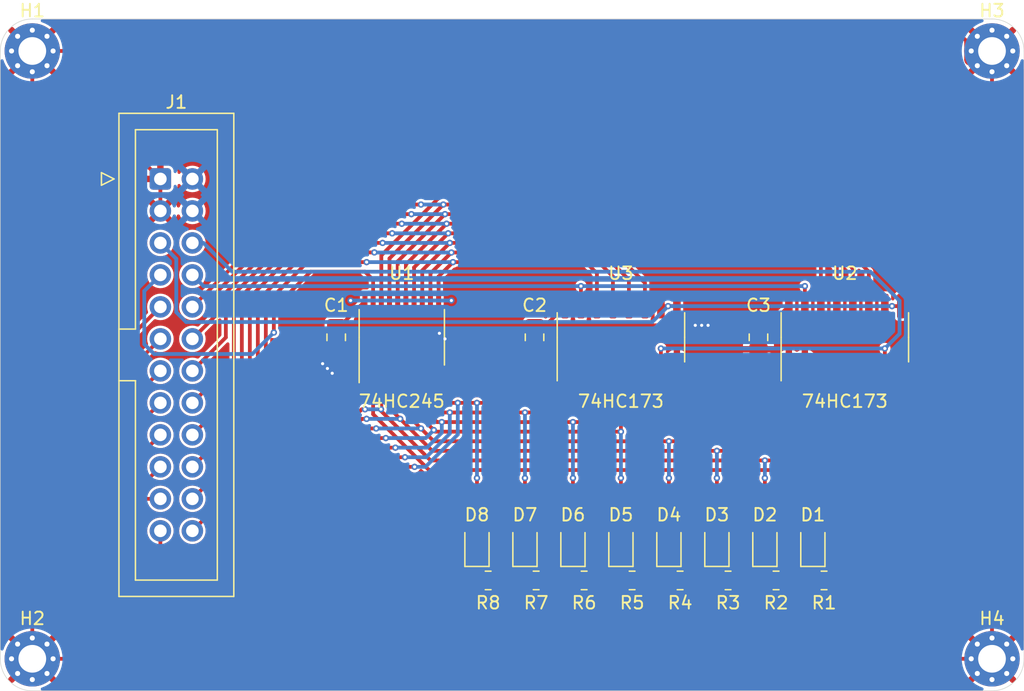
<source format=kicad_pcb>
(kicad_pcb (version 20211014) (generator pcbnew)
  (layers (0 "F.Cu" signal) (31 "B.Cu" signal) (34 "B.Paste" user) (35 "F.Paste" user) (36 "B.SilkS" user "B.Silkscreen") (37 "F.SilkS" user "F.Silkscreen") (38 "B.Mask" user) (39 "F.Mask" user) (44 "Edge.Cuts" user))
  (net 0 "")
  (net 1 "GND")
  (net 2 "VCC")
  (net 3 "Net-(D1-Pad1)")
  (net 4 "/DATA0")
  (net 5 "Net-(D2-Pad1)")
  (net 6 "/DATA1")
  (net 7 "Net-(D3-Pad1)")
  (net 8 "/DATA2")
  (net 9 "Net-(D4-Pad1)")
  (net 10 "/DATA3")
  (net 11 "Net-(D5-Pad1)")
  (net 12 "/DATA4")
  (net 13 "Net-(D6-Pad1)")
  (net 14 "/DATA5")
  (net 15 "Net-(D7-Pad1)")
  (net 16 "/DATA6")
  (net 17 "Net-(D8-Pad1)")
  (net 18 "/DATA7")
  (net 19 "/BUS7")
  (net 20 "/BUS6")
  (net 21 "/BUS5")
  (net 22 "/BUS4")
  (net 23 "/BUS3")
  (net 24 "/BUS2")
  (net 25 "/BUS1")
  (net 26 "/BUS0")
  (net 27 "~{RO}")
  (net 28 "CLK")
  (net 29 "~{RI}")
  (net 30 "CLR")
  (footprint "Resistor_SMD:R_0805_2012Metric" (layer "F.Cu") (at 113.665 82.677)
    (fp_text reference "R5")
    (fp_text value "220")
  )
  (footprint "LED_SMD:LED_0805_2012Metric" (layer "F.Cu") (at 120.396 79.883 90)
    (fp_text reference "D3")
    (fp_text value "RED")
  )
  (footprint "Resistor_SMD:R_0805_2012Metric" (layer "F.Cu") (at 102.235 82.677)
    (fp_text reference "R8")
    (fp_text value "220")
  )
  (footprint "Resistor_SMD:R_0805_2012Metric" (layer "F.Cu") (at 117.475 82.677)
    (fp_text reference "R4")
    (fp_text value "220")
  )
  (footprint "LED_SMD:LED_0805_2012Metric" (layer "F.Cu") (at 116.586 79.883 90)
    (fp_text reference "D4")
    (fp_text value "RED")
  )
  (footprint "LED_SMD:LED_0805_2012Metric" (layer "F.Cu") (at 128.016 79.883 90)
    (fp_text reference "D1")
    (fp_text value "RED")
  )
  (footprint "Connector_IDC:IDC-Header_2x12_P2.54mm_Vertical" (layer "F.Cu") (at 76.2095 50.8)
    (fp_text reference "J1")
    (fp_text value "Conn_02x12_Odd_Even")
  )
  (footprint "MountingHole:MountingHole_2.2mm_M2_Pad_Via" (layer "F.Cu") (at 66.04 88.9)
    (fp_text reference "H2")
    (fp_text value "MountingHole3")
  )
  (footprint "LED_SMD:LED_0805_2012Metric" (layer "F.Cu") (at 112.776 79.883 90)
    (fp_text reference "D5")
    (fp_text value "RED")
  )
  (footprint "Capacitor_SMD:C_0805_2012Metric" (layer "F.Cu") (at 105.918 63.373 -90)
    (fp_text reference "C2")
    (fp_text value "0.1µF")
  )
  (footprint "LED_SMD:LED_0805_2012Metric" (layer "F.Cu") (at 105.156 79.883 90)
    (fp_text reference "D7")
    (fp_text value "RED")
  )
  (footprint "Resistor_SMD:R_0805_2012Metric" (layer "F.Cu") (at 106.045 82.677)
    (fp_text reference "R7")
    (fp_text value "220")
  )
  (footprint "MountingHole:MountingHole_2.2mm_M2_Pad_Via" (layer "F.Cu") (at 142.24 40.64)
    (fp_text reference "H3")
    (fp_text value "MountingHole2")
  )
  (footprint "Package_SO:SOIC-16_3.9x9.9mm_P1.27mm" (layer "F.Cu") (at 130.556 63.373 90)
    (fp_text reference "U2")
    (fp_text value "74HC173")
  )
  (footprint "LED_SMD:LED_0805_2012Metric" (layer "F.Cu") (at 108.966 79.883 90)
    (fp_text reference "D6")
    (fp_text value "RED")
  )
  (footprint "Capacitor_SMD:C_0805_2012Metric" (layer "F.Cu") (at 123.698 63.373 -90)
    (fp_text reference "C3")
    (fp_text value "0.1µF")
  )
  (footprint "Resistor_SMD:R_0805_2012Metric" (layer "F.Cu") (at 128.905 82.677)
    (fp_text reference "R1")
    (fp_text value "220")
  )
  (footprint "Resistor_SMD:R_0805_2012Metric" (layer "F.Cu") (at 109.855 82.677)
    (fp_text reference "R6")
    (fp_text value "220")
  )
  (footprint "MountingHole:MountingHole_2.2mm_M2_Pad_Via" (layer "F.Cu") (at 66.04 40.64)
    (fp_text reference "H1")
    (fp_text value "MountingHole4")
  )
  (footprint "MountingHole:MountingHole_2.2mm_M2_Pad_Via" (layer "F.Cu") (at 142.24 88.9)
    (fp_text reference "H4")
    (fp_text value "MountingHole1")
  )
  (footprint "Resistor_SMD:R_0805_2012Metric" (layer "F.Cu") (at 125.095 82.677)
    (fp_text reference "R2")
    (fp_text value "220")
  )
  (footprint "Resistor_SMD:R_0805_2012Metric" (layer "F.Cu") (at 121.285 82.677)
    (fp_text reference "R3")
    (fp_text value "220")
  )
  (footprint "LED_SMD:LED_0805_2012Metric" (layer "F.Cu") (at 101.346 79.883 90)
    (fp_text reference "D8")
    (fp_text value "RED")
  )
  (footprint "Package_SO:TSSOP-20_4.4x6.5mm_P0.65mm" (layer "F.Cu") (at 95.377 63.373 90)
    (fp_text reference "U1")
    (fp_text value "74HC245")
  )
  (footprint "LED_SMD:LED_0805_2012Metric" (layer "F.Cu") (at 124.206 79.883 90)
    (fp_text reference "D2")
    (fp_text value "RED")
  )
  (footprint "Package_SO:SOIC-16_3.9x9.9mm_P1.27mm" (layer "F.Cu") (at 112.776 63.373 90)
    (fp_text reference "U3")
    (fp_text value "74HC173")
  )
  (footprint "Capacitor_SMD:C_0805_2012Metric" (layer "F.Cu") (at 90.17 63.373 -90)
    (fp_text reference "C1")
    (fp_text value "0.1µF")
  )
  (gr_arc (start 66.04 91.44) (mid 64.243949 90.696051) (end 63.5 88.9) (layer "Edge.Cuts") (width 0.05))
  (gr_line (start 144.78 88.9) (end 144.78 40.64) (layer "Edge.Cuts") (width 0.05))
  (gr_arc (start 144.78 88.9) (mid 144.036051 90.696051) (end 142.24 91.44) (layer "Edge.Cuts") (width 0.05))
  (gr_arc (start 63.5 40.64) (mid 64.243949 38.843949) (end 66.04 38.1) (layer "Edge.Cuts") (width 0.05))
  (gr_line (start 66.04 91.44) (end 142.24 91.44) (layer "Edge.Cuts") (width 0.05))
  (gr_arc (start 142.24 38.1) (mid 144.036051 38.843949) (end 144.78 40.64) (layer "Edge.Cuts") (width 0.05))
  (gr_line (start 63.5 40.64) (end 63.5 88.9) (layer "Edge.Cuts") (width 0.05))
  (gr_line (start 142.24 38.1) (end 66.04 38.1) (layer "Edge.Cuts") (width 0.05))
  (segment (start 110.788 40.64) (end 110.788 39.94) (width 0.3) (layer "F.Cu") (net 1))
  (segment (start 111.388 39.94) (end 111.388 40.64) (width 0.3) (layer "F.Cu") (net 1))
  (segment (start 104.188 40.64) (end 104.188 41.34) (width 0.3) (layer "F.Cu") (net 1))
  (segment (start 104.188 39.94) (end 104.188 40.64) (width 0.3) (layer "F.Cu") (net 1))
  (segment (start 119.788 39.94) (end 119.788 40.64) (width 0.3) (layer "F.Cu") (net 1))
  (segment (start 126.388 41.34) (end 126.388 40.64) (width 0.3) (layer "F.Cu") (net 1))
  (segment (start 109.588 40.64) (end 109.588 39.94) (width 0.3) (layer "F.Cu") (net 1))
  (segment (start 81.988 41.34) (end 81.988 40.64) (width 0.3) (layer "F.Cu") (net 1))
  (segment (start 86.788 40.64) (end 86.788 39.94) (width 0.3) (layer "F.Cu") (net 1))
  (segment (start 98.188 39.94) (end 98.188 40.64) (width 0.3) (layer "F.Cu") (net 1))
  (segment (start 69.988 40.94) (end 69.988 39.94) (width 0.3) (layer "F.Cu") (net 1))
  (segment (start 140.188 39.94) (end 140.188 40.64) (width 0.3) (layer "F.Cu") (net 1))
  (segment (start 93.988 41.34) (end 93.988 40.64) (width 0.3) (layer "F.Cu") (net 1))
  (segment (start 108.388 41.34) (end 108.388 40.64) (width 0.3) (layer "F.Cu") (net 1))
  (segment (start 132.988 40.64) (end 132.988 41.34) (width 0.3) (layer "F.Cu") (net 1))
  (segment (start 83.188 40.64) (end 83.188 39.94) (width 0.3) (layer "F.Cu") (net 1))
  (segment (start 98.788 41.34) (end 98.788 40.64) (width 0.3) (layer "F.Cu") (net 1))
  (segment (start 76.588 40.64) (end 76.588 41.34) (width 0.3) (layer "F.Cu") (net 1))
  (segment (start 137.788 39.94) (end 137.788 40.64) (width 0.3) (layer "F.Cu") (net 1))
  (segment (start 142.24 73.087) (end 142.24 56.388) (width 0.3) (layer "F.Cu") (net 1))
  (segment (start 142.24 56.388) (end 142.24 40.64) (width 0.3) (layer "F.Cu") (net 1))
  (segment (start 75.388 39.94) (end 75.388 40.64) (width 0.3) (layer "F.Cu") (net 1))
  (segment (start 123.698 64.323) (end 124.586 64.323) (width 0.3) (layer "F.Cu") (net 1))
  (segment (start 75.988 40.64) (end 75.988 39.94) (width 0.3) (layer "F.Cu") (net 1))
  (segment (start 113.788 39.94) (end 113.788 40.64) (width 0.3) (layer "F.Cu") (net 1))
  (segment (start 119.188 40.64) (end 119.188 39.94) (width 0.3) (layer "F.Cu") (net 1))
  (segment (start 132.388 40.64) (end 132.388 39.94) (width 0.3) (layer "F.Cu") (net 1))
  (segment (start 134.188 39.94) (end 134.188 40.64) (width 0.3) (layer "F.Cu") (net 1))
  (segment (start 100.588 39.94) (end 100.588 40.64) (width 0.3) (layer "F.Cu") (net 1))
  (segment (start 117.988 41.34) (end 117.988 40.64) (width 0.3) (layer "F.Cu") (net 1))
  (segment (start 114.988 40.64) (end 114.988 41.34) (width 0.3) (layer "F.Cu") (net 1))
  (segment (start 98.302 64.393) (end 98.232 64.323) (width 0.3) (layer "F.Cu") (net 1))
  (segment (start 132.388 41.34) (end 132.388 40.64) (width 0.3) (layer "F.Cu") (net 1))
  (segment (start 69.988 41.34) (end 69.988 40.94) (width 0.3) (layer "F.Cu") (net 1))
  (segment (start 101.188 41.34) (end 101.188 40.64) (width 0.3) (layer "F.Cu") (net 1))
  (segment (start 122.1975 82.677) (end 121.14798 83.72652) (width 0.3) (layer "F.Cu") (net 1))
  (segment (start 108.388 40.64) (end 108.388 39.94) (width 0.3) (layer "F.Cu") (net 1))
  (segment (start 132.988 39.94) (end 132.988 40.64) (width 0.3) (layer "F.Cu") (net 1))
  (segment (start 105.988 41.34) (end 105.988 40.64) (width 0.3) (layer "F.Cu") (net 1))
  (segment (start 125.188 40.64) (end 125.188 39.94) (width 0.3) (layer "F.Cu") (net 1))
  (segment (start 70.588 40.64) (end 70.588 41.34) (width 0.3) (layer "F.Cu") (net 1))
  (segment (start 87.388 40.64) (end 87.388 41.34) (width 0.3) (layer "F.Cu") (net 1))
  (segment (start 101.788 39.94) (end 101.788 40.64) (width 0.3) (layer "F.Cu") (net 1))
  (segment (start 141.388 39.94) (end 141.388 40.34) (width 0.3) (layer "F.Cu") (net 1))
  (segment (start 117.388 40.64) (end 117.388 41.34) (width 0.3) (layer "F.Cu") (net 1))
  (segment (start 119.188 41.34) (end 119.188 40.64) (width 0.3) (layer "F.Cu") (net 1))
  (segment (start 104.788 40.64) (end 104.788 39.94) (width 0.3) (layer "F.Cu") (net 1))
  (segment (start 128.788 41.34) (end 128.788 40.64) (width 0.3) (layer "F.Cu") (net 1))
  (segment (start 66.04 40.64) (end 66.04 88.9) (width 0.3) (layer "F.Cu") (net 1))
  (segment (start 118.3875 82.677) (end 117.33798 83.72652) (width 0.3) (layer "F.Cu") (net 1))
  (segment (start 71.188 40.64) (end 71.188 39.94) (width 0.3) (layer "F.Cu") (net 1))
  (segment (start 129.988 41.34) (end 129.988 40.64) (width 0.3) (layer "F.Cu") (net 1))
  (segment (start 105.988 40.64) (end 105.988 39.94) (width 0.3) (layer "F.Cu") (net 1))
  (segment (start 82.588 40.64) (end 82.588 41.34) (width 0.3) (layer "F.Cu") (net 1))
  (segment (start 89.788 40.64) (end 89.788 41.34) (width 0.3) (layer "F.Cu") (net 1))
  (segment (start 99.988 41.34) (end 99.988 40.64) (width 0.3) (layer "F.Cu") (net 1))
  (segment (start 84.388 40.64) (end 84.388 39.94) (width 0.3) (layer "F.Cu") (net 1))
  (segment (start 140.788 40.64) (end 140.788 39.94) (width 0.3) (layer "F.Cu") (net 1))
  (segment (start 66.04 88.9) (end 91.567 88.9) (width 0.3) (layer "F.Cu") (net 1))
  (segment (start 111.388 40.64) (end 111.388 41.34) (width 0.3) (layer "F.Cu") (net 1))
  (segment (start 131.788 39.94) (end 131.788 40.64) (width 0.3) (layer "F.Cu") (net 1))
  (segment (start 120.388 40.64) (end 120.388 39.94) (width 0.3) (layer "F.Cu") (net 1))
  (segment (start 107.188 41.34) (end 107.188 40.64) (width 0.3) (layer "F.Cu") (net 1))
  (segment (start 134.188 40.64) (end 134.188 41.34) (width 0.3) (layer "F.Cu") (net 1))
  (segment (start 122.788 40.64) (end 122.788 39.94) (width 0.3) (layer "F.Cu") (net 1))
  (segment (start 105.918 64.323) (end 106.806 64.323) (width 0.3) (layer "F.Cu") (net 1))
  (segment (start 76.2095 50.8) (end 76.2095 53.34) (width 0.3) (layer "F.Cu") (net 1))
  (segment (start 90.988 39.94) (end 90.988 40.64) (width 0.3) (layer "F.Cu") (net 1))
  (segment (start 90.17 64.323) (end 98.232 64.323) (width 0.3) (layer "F.Cu") (net 1))
  (segment (start 131.188 40.64) (end 131.188 39.94) (width 0.3) (layer "F.Cu") (net 1))
  (segment (start 102.388 41.34) (end 102.388 40.64) (width 0.3) (layer "F.Cu") (net 1))
  (segment (start 77.788 39.94) (end 77.788 40.64) (width 0.3) (layer "F.Cu") (net 1))
  (segment (start 89.188 41.34) (end 89.188 40.64) (width 0.3) (layer "F.Cu") (net 1))
  (segment (start 135.988 40.64) (end 135.988 39.94) (width 0.3) (layer "F.Cu") (net 1))
  (segment (start 113.188 41.34) (end 113.188 40.64) (width 0.3) (layer "F.Cu") (net 1))
  (segment (start 142.24 58.609) (end 135.001 65.848) (width 0.3) (layer "F.Cu") (net 1))
  (segment (start 79.588 40.64) (end 79.588 39.94) (width 0.3) (layer "F.Cu") (net 1))
  (segment (start 113.188 40.64) (end 113.188 39.94) (width 0.3) (layer "F.Cu") (net 1))
  (segment (start 106.588 40.64) (end 106.588 41.34) (width 0.3) (layer "F.Cu") (net 1))
  (segment (start 81.388 39.94) (end 81.388 40.64) (width 0.3) (layer "F.Cu") (net 1))
  (segment (start 139.588 41.34) (end 139.588 40.64) (width 0.3) (layer "F.Cu") (net 1))
  (segment (start 133.588 40.64) (end 133.588 39.94) (width 0.3) (layer "F.Cu") (net 1))
  (segment (start 138.988 39.94) (end 138.988 40.64) (width 0.3) (layer "F.Cu") (net 1))
  (segment (start 72.388 41.34) (end 72.388 40.64) (width 0.3) (layer "F.Cu") (net 1))
  (segment (start 96.388 40.64) (end 96.388 39.94) (width 0.3) (layer "F.Cu") (net 1))
  (segment (start 136.588 40.64) (end 136.588 41.34) (width 0.3) (layer "F.Cu") (net 1))
  (segment (start 102.388 40.64) (end 102.388 39.94) (width 0.3) (layer "F.Cu") (net 1))
  (segment (start 72.988 39.94) (end 72.988 40.64) (width 0.3) (layer "F.Cu") (net 1))
  (segment (start 134.788 40.64) (end 134.788 39.94) (width 0.3) (layer "F.Cu") (net 1))
  (segment (start 137.788 40.64) (end 137.788 41.34) (width 0.3) (layer "F.Cu") (net 1))
  (segment (start 71.788 39.94) (end 71.788 40.64) (width 0.3) (layer "F.Cu") (net 1))
  (segment (start 122.173 65.848) (end 123.698 64.323) (width 0.3) (layer "F.Cu") (net 1))
  (segment (start 109.71798 83.72652) (end 108.00702 83.72652) (width 0.3) (layer "F.Cu") (net 1))
  (segment (start 84.988 40.64) (end 84.988 41.34) (width 0.3) (layer "F.Cu") (net 1))
  (segment (start 95.788 40.64) (end 95.788 41.34) (width 0.3) (layer "F.Cu") (net 1))
  (segment (start 73.588 41.34) (end 73.588 40.64) (width 0.3) (layer "F.Cu") (net 1))
  (segment (start 92.188 40.64) (end 92.188 41.34) (width 0.3) (layer "F.Cu") (net 1))
  (segment (start 127.588 41.34) (end 127.588 40.64) (width 0.3) (layer "F.Cu") (net 1))
  (segment (start 71.788 40.64) (end 71.788 41.34) (width 0.3) (layer "F.Cu") (net 1))
  (segment (start 112.588 40.64) (end 112.588 41.34) (width 0.3) (layer "F.Cu") (net 1))
  (segment (start 101.788 40.64) (end 101.788 41.34) (width 0.3) (layer "F.Cu") (net 1))
  (segment (start 99.988 40.64) (end 99.988 39.94) (width 0.3) (layer "F.Cu") (net 1))
  (segment (start 83.188 41.34) (end 83.188 40.64) (width 0.3) (layer "F.Cu") (net 1))
  (segment (start 71.188 41.34) (end 71.188 40.64) (width 0.3) (layer "F.Cu") (net 1))
  (segment (start 106.588 39.94) (end 106.588 40.64) (width 0.3) (layer "F.Cu") (net 1))
  (segment (start 128.788 40.64) (end 128.788 39.94) (width 0.3) (layer "F.Cu") (net 1))
  (segment (start 91.588 40.64) (end 91.588 39.94) (width 0.3) (layer "F.Cu") (net 1))
  (segment (start 122.788 41.34) (end 122.788 40.64) (width 0.3) (layer "F.Cu") (net 1))
  (segment (start 118.588 40.64) (end 118.588 41.34) (width 0.3) (layer "F.Cu") (net 1))
  (segment (start 109.588 41.34) (end 109.588 40.64) (width 0.3) (layer "F.Cu") (net 1))
  (segment (start 74.788 41.34) (end 74.788 40.64) (width 0.3) (layer "F.Cu") (net 1))
  (segment (start 69.388 40.94) (end 69.388 41.34) (width 0.3) (layer "F.Cu") (net 1))
  (segment (start 107.188 40.64) (end 107.188 39.94) (width 0.3) (layer "F.Cu") (net 1))
  (segment (start 98.232 64.323) (end 105.918 64.323) (width 0.3) (layer "F.Cu") (net 1))
  (segment (start 138.388 41.34) (end 138.388 40.64) (width 0.3) (layer "F.Cu") (net 1))
  (segment (start 129.988 40.64) (end 129.988 39.94) (width 0.3) (layer "F.Cu") (net 1))
  (segment (start 123.988 40.64) (end 123.988 39.94) (width 0.3) (layer "F.Cu") (net 1))
  (segment (start 120.988 40.64) (end 120.988 41.34) (width 0.3) (layer "F.Cu") (net 1))
  (segment (start 112.588 39.94) (end 112.588 40.64) (width 0.3) (layer "F.Cu") (net 1))
  (segment (start 89.188 40.64) (end 89.188 39.94) (width 0.3) (layer "F.Cu") (net 1))
  (segment (start 122.188 39.94) (end 122.188 40.64) (width 0.3) (layer "F.Cu") (net 1))
  (segment (start 97.588 40.64) (end 97.588 39.94) (width 0.3) (layer "F.Cu") (net 1))
  (segment (start 83.788 40.64) (end 83.788 41.34) (width 0.3) (layer "F.Cu") (net 1))
  (segment (start 88.588 39.94) (end 88.588 40.64) (width 0.3) (layer "F.Cu") (net 1))
  (segment (start 135.388 40.64) (end 135.388 41.34) (width 0.3) (layer "F.Cu") (net 1))
  (segment (start 127.588 40.64) (end 127.588 39.94) (width 0.3) (layer "F.Cu") (net 1))
  (segment (start 120.988 39.94) (end 120.988 40.64) (width 0.3) (layer "F.Cu") (net 1))
  (segment (start 108.00702 83.72652) (end 106.9575 82.677) (width 0.3) (layer "F.Cu") (net 1))
  (segment (start 77.188 41.34) (end 77.188 40.64) (width 0.3) (layer "F.Cu") (net 1))
  (segment (start 140.188 40.64) (end 140.188 41.34) (width 0.3) (layer "F.Cu") (net 1))
  (segment (start 110.7675 82.677) (end 109.71798 83.72652) (width 0.3) (layer "F.Cu") (net 1))
  (segment (start 141.688 40.64) (end 142.24 40.64) (width 0.3) (layer "F.Cu") (net 1))
  (segment (start 108.988 40.64) (end 108.988 41.34) (width 0.3) (layer "F.Cu") (net 1))
  (segment (start 76.2095 50.8) (end 76.2 50.8) (width 0.3) (layer "F.Cu") (net 1))
  (segment (start 93.388 39.94) (end 93.388 40.64) (width 0.3) (layer "F.Cu") (net 1))
  (segment (start 114.388 40.64) (end 114.388 39.94) (width 0.3) (layer "F.Cu") (net 1))
  (segment (start 80.188 40.64) (end 80.188 41.34) (width 0.3) (layer "F.Cu") (net 1))
  (segment (start 128.76798 83.72652) (end 127.05702 83.72652) (width 0.3) (layer "F.Cu") (net 1))
  (segment (start 111.988 40.64) (end 111.988 39.94) (width 0.3) (layer "F.Cu") (net 1))
  (segment (start 99.388 39.94) (end 99.388 40.64) (width 0.3) (layer "F.Cu") (net 1))
  (segment (start 78.988 40.64) (end 78.988 41.34) (width 0.3) (layer "F.Cu") (net 1))
  (segment (start 96.988 39.94) (end 96.988 40.64) (width 0.3) (layer "F.Cu") (net 1))
  (segment (start 94.588 39.94) (end 94.588 40.64) (width 0.3) (layer "F.Cu") (net 1))
  (segment (start 128.188 40.64) (end 128.188 41.34) (width 0.3) (layer "F.Cu") (net 1))
  (segment (start 142.24 56.388) (end 142.24 58.609) (width 0.3) (layer "F.Cu") (net 1))
  (segment (start 91.588 41.34) (end 91.588 40.64) (width 0.3) (layer "F.Cu") (net 1))
  (segment (start 92.788 41.34) (end 92.788 40.64) (width 0.3) (layer "F.Cu") (net 1))
  (segment (start 87.988 41.34) (end 87.988 40.64) (width 0.3) (layer "F.Cu") (net 1))
  (segment (start 81.988 40.64) (end 81.988 39.94) (width 0.3) (layer "F.Cu") (net 1))
  (segment (start 102.09798 83.72652) (end 103.1475 82.677) (width 0.3) (layer "F.Cu") (net 1))
  (segment (start 96.74048 83.72652) (end 102.09798 83.72652) (width 0.3) (layer "F.Cu") (net 1))
  (segment (start 117.221 65.848) (end 122.173 65.848) (width 0.3) (layer "F.Cu") (net 1))
  (segment (start 133.588 41.34) (end 133.588 40.64) (width 0.3) (layer "F.Cu") (net 1))
  (segment (start 88.588 40.64) (end 88.588 41.34) (width 0.3) (layer "F.Cu") (net 1))
  (segment (start 115.588 40.64) (end 115.588 39.94) (width 0.3) (layer "F.Cu") (net 1))
  (segment (start 119.788 40.64) (end 119.788 41.34) (width 0.3) (layer "F.Cu") (net 1))
  (segment (start 130.588 39.94) (end 130.588 40.64) (width 0.3) (layer "F.Cu") (net 1))
  (segment (start 83.788 39.94) (end 83.788 40.64) (width 0.3) (layer "F.Cu") (net 1))
  (segment (start 137.188 41.34) (end 137.188 40.64) (width 0.3) (layer "F.Cu") (net 1))
  (segment (start 95.188 41.34) (end 95.188 40.64) (width 0.3) (layer "F.Cu") (net 1))
  (segment (start 110.188 40.64) (end 110.188 41.34) (width 0.3) (layer "F.Cu") (net 1))
  (segment (start 108.988 39.94) (end 108.988 40.64) (width 0.3) (layer "F.Cu") (net 1))
  (segment (start 100.588 40.64) (end 100.588 41.34) (width 0.3) (layer "F.Cu") (net 1))
  (segment (start 135.988 41.34) (end 135.988 40.64) (width 0.3) (layer "F.Cu") (net 1))
  (segment (start 130.588 40.64) (end 130.588 41.34) (width 0.3) (layer "F.Cu") (net 1))
  (segment (start 94.588 40.64) (end 94.588 41.34) (width 0.3) (layer "F.Cu") (net 1))
  (segment (start 105.388 39.94) (end 105.388 40.64) (width 0.3) (layer "F.Cu") (net 1))
  (segment (start 114.988 39.94) (end 114.988 40.64) (width 0.3) (layer "F.Cu") (net 1))
  (segment (start 96.988 40.64) (end 96.988 41.34) (width 0.3) (layer "F.Cu") (net 1))
  (segment (start 90.388 40.64) (end 90.388 39.94) (width 0.3) (layer "F.Cu") (net 1))
  (segment (start 75.388 40.64) (end 75.388 41.34) (width 0.3) (layer "F.Cu") (net 1))
  (segment (start 86.188 39.94) (end 86.188 40.64) (width 0.3) (layer "F.Cu") (net 1))
  (segment (start 138.388 40.64) (end 138.388 39.94) (width 0.3) (layer "F.Cu") (net 1))
  (segment (start 125.788 39.94) (end 125.788 40.64) (width 0.3) (layer "F.Cu") (net 1))
  (segment (start 111.81702 83.72652) (end 110.7675 82.677) (width 0.3) (layer "F.Cu") (net 1))
  (segment (start 107.788 39.94) (end 107.788 40.64) (width 0.3) (layer "F.Cu") (net 1))
  (segment (start 114.5775 82.677) (end 113.52798 83.72652) (width 0.3) (layer "F.Cu") (net 1))
  (segment (start 129.8175 82.677) (end 136.0405 88.9) (width 0.3) (layer "F.Cu") (net 1))
  (segment (start 95.788 39.94) (end 95.788 40.64) (width 0.3) (layer "F.Cu") (net 1))
  (segment (start 102.988 40.64) (end 102.988 41.34) (width 0.3) (layer "F.Cu") (net 1))
  (segment (start 87.388 39.94) (end 87.388 40.64) (width 0.3) (layer "F.Cu") (net 1))
  (segment (start 80.788 40.64) (end 80.788 39.94) (width 0.3) (layer "F.Cu") (net 1))
  (segment (start 113.788 40.64) (end 113.788 41.34) (width 0.3) (layer "F.Cu") (net 1))
  (segment (start 126.988 40.64) (end 126.988 41.34) (width 0.3) (layer "F.Cu") (net 1))
  (segment (start 66.04 40.64) (end 69.088 40.64) (width 0.3) (layer "F.Cu") (net 1))
  (segment (start 115.588 41.34) (end 115.588 40.64) (width 0.3) (layer "F.Cu") (net 1))
  (segment (start 123.388 40.64) (end 123.388 41.34) (width 0.3) (layer "F.Cu") (net 1))
  (segment (start 74.188 39.94) (end 74.188 40.64) (width 0.3) (layer "F.Cu") (net 1))
  (segment (start 77.788 40.64) (end 77.788 41.34) (width 0.3) (layer "F.Cu") (net 1))
  (segment (start 104.788 41.34) (end 104.788 40.64) (width 0.3) (layer "F.Cu") (net 1))
  (segment (start 139.588 40.64) (end 139.588 39.94) (width 0.3) (layer "F.Cu") (net 1))
  (segment (start 78.388 41.34) (end 78.388 40.64) (width 0.3) (layer "F.Cu") (net 1))
  (segment (start 80.188 39.94) (end 80.188 40.64) (width 0.3) (layer "F.Cu") (net 1))
  (segment (start 105.388 40.64) (end 105.388 41.34) (width 0.3) (layer "F.Cu") (net 1))
  (segment (start 84.988 39.94) (end 84.988 40.64) (width 0.3) (layer "F.Cu") (net 1))
  (segment (start 96.388 41.34) (end 96.388 40.64) (width 0.3) (layer "F.Cu") (net 1))
  (segment (start 82.588 39.94) (end 82.588 40.64) (width 0.3) (layer "F.Cu") (net 1))
  (segment (start 92.788 40.64) (end 92.788 39.94) (width 0.3) (layer "F.Cu") (net 1))
  (segment (start 103.588 41.34) (end 103.588 40.64) (width 0.3) (layer "F.Cu") (net 1))
  (segment (start 127.05702 83.72652) (end 126.0075 82.677) (width 0.3) (layer "F.Cu") (net 1))
  (segment (start 125.188 41.34) (end 125.188 40.64) (width 0.3) (layer "F.Cu") (net 1))
  (segment (start 90.388 41.34) (end 90.388 40.64) (width 0.3) (layer "F.Cu") (net 1))
  (segment (start 123.388 39.94) (end 123.388 40.64) (width 0.3) (layer "F.Cu") (net 1))
  (segment (start 124.588 39.94) (end 124.588 40.64) (width 0.3) (layer "F.Cu") (net 1))
  (segment (start 131.788 40.64) (end 131.788 41.34) (width 0.3) (layer "F.Cu") (net 1))
  (segment (start 78.388 40.64) (end 78.388 39.94) (width 0.3) (layer "F.Cu") (net 1))
  (segment (start 70.588 39.94) (end 70.588 40.64) (width 0.3) (layer "F.Cu") (net 1))
  (segment (start 124.586 64.323) (end 126.111 65.848) (width 0.3) (layer "F.Cu") (net 1))
  (segment (start 129.388 39.94) (end 129.388 40.64) (width 0.3) (layer "F.Cu") (net 1))
  (segment (start 79.588 41.34) (end 79.588 40.64) (width 0.3) (layer "F.Cu") (net 1))
  (segment (start 128.188 39.94) (end 128.188 40.64) (width 0.3) (layer "F.Cu") (net 1))
  (segment (start 142.24 73.087) (end 135.001 65.848) (width 0.3) (layer "F.Cu") (net 1))
  (segment (start 116.788 40.64) (end 116.788 39.94) (width 0.3) (layer "F.Cu") (net 1))
  (segment (start 74.788 40.64) (end 74.788 39.94) (width 0.3) (layer "F.Cu") (net 1))
  (segment (start 138.988 40.64) (end 138.988 41.34) (width 0.3) (layer "F.Cu") (net 1))
  (segment (start 110.788 41.34) (end 110.788 40.64) (width 0.3) (layer "F.Cu") (net 1))
  (segment (start 110.188 39.94) (end 110.188 40.64) (width 0.3) (layer "F.Cu") (net 1))
  (segment (start 142.24 88.9) (end 142.24 73.087) (width 0.3) (layer "F.Cu") (net 1))
  (segment (start 123.24702 83.72652) (end 122.1975 82.677) (width 0.3) (layer "F.Cu") (net 1))
  (segment (start 125.788 40.64) (end 125.788 41.34) (width 0.3) (layer "F.Cu") (net 1))
  (segment (start 97.588 41.34) (end 97.588 40.64) (width 0.3) (layer "F.Cu") (net 1))
  (segment (start 80.788 41.34) (end 80.788 40.64) (width 0.3) (layer "F.Cu") (net 1))
  (segment (start 123.988 41.34) (end 123.988 40.64) (width 0.3) (layer "F.Cu") (net 1))
  (segment (start 117.988 40.64) (end 117.988 39.94) (width 0.3) (layer "F.Cu") (net 1))
  (segment (start 114.388 41.34) (end 114.388 40.64) (width 0.3) (layer "F.Cu") (net 1))
  (segment (start 131.188 41.34) (end 131.188 40.64) (width 0.3) (layer "F.Cu") (net 1))
  (segment (start 121.588 41.34) (end 121.588 40.64) (width 0.3) (layer "F.Cu") (net 1))
  (segment (start 98.302 66.2355) (end 98.302 64.393) (width 0.3) (layer "F.Cu") (net 1))
  (segment (start 126.0075 82.677) (end 124.95798 83.72652) (width 0.3) (layer "F.Cu") (net 1))
  (segment (start 90.988 40.64) (end 90.988 41.34) (width 0.3) (layer "F.Cu") (net 1))
  (segment (start 98.788 40.64) (end 98.788 39.94) (width 0.3) (layer "F.Cu") (net 1))
  (segment (start 72.988 40.64) (end 72.988 41.34) (width 0.3) (layer "F.Cu") (net 1))
  (segment (start 85.588 41.34) (end 85.588 40.64) (width 0.3) (layer "F.Cu") (net 1))
  (segment (start 106.806 64.323) (end 108.331 65.848) (width 0.3) (layer "F.Cu") (net 1))
  (segment (start 104.19702 83.72652) (end 103.1475 82.677) (width 0.3) (layer "F.Cu") (net 1))
  (segment (start 99.388 40.64) (end 99.388 41.34) (width 0.3) (layer "F.Cu") (net 1))
  (segment (start 72.388 40.64) (end 72.388 39.94) (width 0.3) (layer "F.Cu") (net 1))
  (segment (start 119.43702 83.72652) (end 118.3875 82.677) (width 0.3) (layer "F.Cu") (net 1))
  (segment (start 101.188 40.64) (end 101.188 39.94) (width 0.3) (layer "F.Cu") (net 1))
  (segment (start 121.588 40.64) (end 121.588 39.94) (width 0.3) (layer "F.Cu") (net 1))
  (segment (start 126.388 40.64) (end 126.388 39.94) (width 0.3) (layer "F.Cu") (net 1))
  (segment (start 134.788 41.34) (end 134.788 40.64) (width 0.3) (layer "F.Cu") (net 1))
  (segment (start 140.788 41.34) (end 140.788 40.64) (width 0.3) (layer "F.Cu") (net 1))
  (segment (start 115.62702 83.72652) (end 114.5775 82.677) (width 0.3) (layer "F.Cu") (net 1))
  (segment (start 122.188 40.64) (end 122.188 41.34) (width 0.3) (layer "F.Cu") (net 1))
  (segment (start 107.788 40.64) (end 107.788 41.34) (width 0.3) (layer "F.Cu") (net 1))
  (segment (start 117.388 39.94) (end 117.388 40.64) (width 0.3) (layer "F.Cu") (net 1))
  (segment (start 98.188 40.64) (end 98.188 41.34) (width 0.3) (layer "F.Cu") (net 1))
  (segment (start 136.0405 88.9) (end 142.24 88.9) (width 0.3) (layer "F.Cu") (net 1))
  (segment (start 108.331 65.848) (end 109.601 65.848) (width 0.3) (layer "F.Cu") (net 1))
  (segment (start 117.33798 83.72652) (end 115.62702 83.72652) (width 0.3) (layer "F.Cu") (net 1))
  (segment (start 102.988 39.94) (end 102.988 40.64) (width 0.3) (layer "F.Cu") (net 1))
  (segment (start 93.388 40.64) (end 93.388 41.34) (width 0.3) (layer "F.Cu") (net 1))
  (segment (start 129.8175 82.677) (end 128.76798 83.72652) (width 0.3) (layer "F.Cu") (net 1))
  (segment (start 121.14798 83.72652) (end 119.43702 83.72652) (width 0.3) (layer "F.Cu") (net 1))
  (segment (start 86.788 41.34) (end 86.788 40.64) (width 0.3) (layer "F.Cu") (net 1))
  (segment (start 129.388 40.64) (end 129.388 41.34) (width 0.3) (layer "F.Cu") (net 1))
  (segment (start 81.388 40.64) (end 81.388 41.34) (width 0.3) (layer "F.Cu") (net 1))
  (segment (start 89.788 39.94) (end 89.788 40.64) (width 0.3) (layer "F.Cu") (net 1))
  (segment (start 95.188 40.64) (end 95.188 39.94) (width 0.3) (layer "F.Cu") (net 1))
  (segment (start 84.388 41.34) (end 84.388 40.64) (width 0.3) (layer "F.Cu") (net 1))
  (segment (start 126.988 39.94) (end 126.988 40.64) (width 0.3) (layer "F.Cu") (net 1))
  (segment (start 87.988 40.64) (end 87.988 39.94) (width 0.3) (layer "F.Cu") (net 1))
  (segment (start 116.188 40.64) (end 116.188 41.34) (width 0.3) (layer "F.Cu") (net 1))
  (segment (start 77.188 40.64) (end 77.188 39.94) (width 0.3) (layer "F.Cu") (net 1))
  (segment (start 136.588 39.94) (end 136.588 40.64) (width 0.3) (layer "F.Cu") (net 1))
  (segment (start 126.111 65.848) (end 127.381 65.848) (width 0.3) (layer "F.Cu") (net 1))
  (segment (start 91.567 88.9) (end 96.74048 83.72652) (width 0.3) (layer "F.Cu") (net 1))
  (segment (start 106.9575 82.677) (end 105.90798 83.72652) (width 0.3) (layer "F.Cu") (net 1))
  (segment (start 93.988 40.64) (end 93.988 39.94) (width 0.3) (layer "F.Cu") (net 1))
  (segment (start 124.588 40.64) (end 124.588 41.34) (width 0.3) (layer "F.Cu") (net 1))
  (segment (start 74.188 40.64) (end 74.188 41.34) (width 0.3) (layer "F.Cu") (net 1))
  (segment (start 137.188 40.64) (end 137.188 39.94) (width 0.3) (layer "F.Cu") (net 1))
  (segment (start 85.588 40.64) (end 85.588 39.94) (width 0.3) (layer "F.Cu") (net 1))
  (segment (start 120.388 41.34) (end 120.388 40.64) (width 0.3) (layer "F.Cu") (net 1))
  (segment (start 92.188 39.94) (end 92.188 40.64) (width 0.3) (layer "F.Cu") (net 1))
  (segment (start 118.588 39.94) (end 118.588 40.64) (width 0.3) (layer "F.Cu") (net 1))
  (segment (start 73.588 40.64) (end 73.588 39.94) (width 0.3) (layer "F.Cu") (net 1))
  (segment (start 86.188 40.64) (end 86.188 41.34) (width 0.3) (layer "F.Cu") (net 1))
  (segment (start 76.588 39.94) (end 76.588 40.64) (width 0.3) (layer "F.Cu") (net 1))
  (segment (start 124.95798 83.72652) (end 123.24702 83.72652) (width 0.3) (layer "F.Cu") (net 1))
  (segment (start 116.188 39.94) (end 116.188 40.64) (width 0.3) (layer "F.Cu") (net 1))
  (segment (start 76.2 50.8) (end 66.04 40.64) (width 0.3) (layer "F.Cu") (net 1))
  (segment (start 105.90798 83.72652) (end 104.19702 83.72652) (width 0.3) (layer "F.Cu") (net 1))
  (segment (start 111.988 41.34) (end 111.988 40.64) (width 0.3) (layer "F.Cu") (net 1))
  (segment (start 116.788 41.34) (end 116.788 40.64) (width 0.3) (layer "F.Cu") (net 1))
  (segment (start 75.988 41.34) (end 75.988 40.64) (width 0.3) (layer "F.Cu") (net 1))
  (segment (start 135.388 39.94) (end 135.388 40.64) (width 0.3) (layer "F.Cu") (net 1))
  (segment (start 78.988 39.94) (end 78.988 40.64) (width 0.3) (layer "F.Cu") (net 1))
  (segment (start 103.588 40.64) (end 103.588 39.94) (width 0.3) (layer "F.Cu") (net 1))
  (segment (start 113.52798 83.72652) (end 111.81702 83.72652) (width 0.3) (layer "F.Cu") (net 1))
  (via (at 91.313 60.452) (size 0.5) (drill 0.25) (layers "F.Cu" "B.Cu") (net 1))
  (via (at 99.314 60.452) (size 0.5) (drill 0.25) (layers "F.Cu" "B.Cu") (net 1))
  (arc (start 70.588 41.34) (mid 70.675868 41.552132) (end 70.888 41.64) (width 0.3) (layer "F.Cu") (net 1))
  (arc (start 105.688 41.64) (mid 105.900132 41.552132) (end 105.988 41.34) (width 0.3) (layer "F.Cu") (net 1))
  (arc (start 95.188 39.94) (mid 95.275868 39.727868) (end 95.488 39.64) (width 0.3) (layer "F.Cu") (net 1))
  (arc (start 83.188 39.94) (mid 83.275868 39.727868) (end 83.488 39.64) (width 0.3) (layer "F.Cu") (net 1))
  (arc (start 73.888 39.64) (mid 74.100132 39.727868) (end 74.188 39.94) (width 0.3) (layer "F.Cu") (net 1))
  (arc (start 70.888 41.64) (mid 71.100132 41.552132) (end 71.188 41.34) (width 0.3) (layer "F.Cu") (net 1))
  (arc (start 81.988 39.94) (mid 82.075868 39.727868) (end 82.288 39.64) (width 0.3) (layer "F.Cu") (net 1))
  (arc (start 113.188 39.94) (mid 113.275868 39.727868) (end 113.488 39.64) (width 0.3) (layer "F.Cu") (net 1))
  (arc (start 96.088 41.64) (mid 96.300132 41.552132) (end 96.388 41.34) (width 0.3) (layer "F.Cu") (net 1))
  (arc (start 88.888 41.64) (mid 89.100132 41.552132) (end 89.188 41.34) (width 0.3) (layer "F.Cu") (net 1))
  (arc (start 110.488 41.64) (mid 110.700132 41.552132) (end 110.788 41.34) (width 0.3) (layer "F.Cu") (net 1))
  (arc (start 98.188 41.34) (mid 98.275868 41.552132) (end 98.488 41.64) (width 0.3) (layer "F.Cu") (net 1))
  (arc (start 136.288 39.64) (mid 136.500132 39.727868) (end 136.588 39.94) (width 0.3) (layer "F.Cu") (net 1))
  (arc (start 121.588 39.94) (mid 121.675868 39.727868) (end 121.888 39.64) (width 0.3) (layer "F.Cu") (net 1))
  (arc (start 105.988 39.94) (mid 106.075868 39.727868) (end 106.288 39.64) (width 0.3) (layer "F.Cu") (net 1))
  (arc (start 132.388 39.94) (mid 132.475868 39.727868) (end 132.688 39.64) (width 0.3) (layer "F.Cu") (net 1))
  (arc (start 123.688 41.64) (mid 123.900132 41.552132) (end 123.988 41.34) (width 0.3) (layer "F.Cu") (net 1))
  (arc (start 119.188 39.94) (mid 119.275868 39.727868) (end 119.488 39.64) (width 0.3) (layer "F.Cu") (net 1))
  (arc (start 110.188 41.34) (mid 110.275868 41.552132) (end 110.488 41.64) (width 0.3) (layer "F.Cu") (net 1))
  (arc (start 127.288 41.64) (mid 127.500132 41.552132) (end 127.588 41.34) (width 0.3) (layer "F.Cu") (net 1))
  (arc (start 87.388 41.34) (mid 87.475868 41.552132) (end 87.688 41.64) (width 0.3) (layer "F.Cu") (net 1))
  (arc (start 119.788 41.34) (mid 119.875868 41.552132) (end 120.088 41.64) (width 0.3) (layer "F.Cu") (net 1))
  (arc (start 69.088 40.64) (mid 69.300132 40.727868) (end 69.388 40.94) (width 0.3) (layer "F.Cu") (net 1))
  (arc (start 124.588 41.34) (mid 124.675868 41.552132) (end 124.888 41.64) (width 0.3) (layer "F.Cu") (net 1))
  (arc (start 91.288 41.64) (mid 91.500132 41.552132) (end 91.588 41.34) (width 0.3) (layer "F.Cu") (net 1))
  (arc (start 129.688 41.64) (mid 129.900132 41.552132) (end 129.988 41.34) (width 0.3) (layer "F.Cu") (net 1))
  (arc (start 102.388 39.94) (mid 102.475868 39.727868) (end 102.688 39.64) (width 0.3) (layer "F.Cu") (net 1))
  (arc (start 134.488 41.64) (mid 134.700132 41.552132) (end 134.788 41.34) (width 0.3) (layer "F.Cu") (net 1))
  (arc (start 130.588 41.34) (mid 130.675868 41.552132) (end 130.888 41.64) (width 0.3) (layer "F.Cu") (net 1))
  (arc (start 89.788 41.34) (mid 89.875868 41.552132) (end 90.088 41.64) (width 0.3) (layer "F.Cu") (net 1))
  (arc (start 86.488 41.64) (mid 86.700132 41.552132) (end 86.788 41.34) (width 0.3) (layer "F.Cu") (net 1))
  (arc (start 76.588 41.34) (mid 76.675868 41.552132) (end 76.888 41.64) (width 0.3) (layer "F.Cu") (net 1))
  (arc (start 104.488 41.64) (mid 104.700132 41.552132) (end 104.788 41.34) (width 0.3) (layer "F.Cu") (net 1))
  (arc (start 97.288 41.64) (mid 97.500132 41.552132) (end 97.588 41.34) (width 0.3) (layer "F.Cu") (net 1))
  (arc (start 117.388 41.34) (mid 117.475868 41.552132) (end 117.688 41.64) (width 0.3) (layer "F.Cu") (net 1))
  (arc (start 120.388 39.94) (mid 120.475868 39.727868) (end 120.688 39.64) (width 0.3) (layer "F.Cu") (net 1))
  (arc (start 105.088 39.64) (mid 105.300132 39.727868) (end 105.388 39.94) (width 0.3) (layer "F.Cu") (net 1))
  (arc (start 101.188 39.94) (mid 101.275868 39.727868) (end 101.488 39.64) (width 0.3) (layer "F.Cu") (net 1))
  (arc (start 103.588 39.94) (mid 103.675868 39.727868) (end 103.888 39.64) (width 0.3) (layer "F.Cu") (net 1))
  (arc (start 112.588 41.34) (mid 112.675868 41.552132) (end 112.888 41.64) (width 0.3) (layer "F.Cu") (net 1))
  (arc (start 82.888 41.64) (mid 83.100132 41.552132) (end 83.188 41.34) (width 0.3) (layer "F.Cu") (net 1))
  (arc (start 108.688 39.64) (mid 108.900132 39.727868) (end 108.988 39.94) (width 0.3) (layer "F.Cu") (net 1))
  (arc (start 89.188 39.94) (mid 89.275868 39.727868) (end 89.488 39.64) (width 0.3) (layer "F.Cu") (net 1))
  (arc (start 80.488 41.64) (mid 80.700132 41.552132) (end 80.788 41.34) (width 0.3) (layer "F.Cu") (net 1))
  (arc (start 92.188 41.34) (mid 92.275868 41.552132) (end 92.488 41.64) (width 0.3) (layer "F.Cu") (net 1))
  (arc (start 75.688 41.64) (mid 75.900132 41.552132) (end 75.988 41.34) (width 0.3) (layer "F.Cu") (net 1))
  (arc (start 103.288 41.64) (mid 103.500132 41.552132) (end 103.588 41.34) (width 0.3) (layer "F.Cu") (net 1))
  (arc (start 97.588 39.94) (mid 97.675868 39.727868) (end 97.888 39.64) (width 0.3) (layer "F.Cu") (net 1))
  (arc (start 121.888 39.64) (mid 122.100132 39.727868) (end 122.188 39.94) (width 0.3) (layer "F.Cu") (net 1))
  (arc (start 75.988 39.94) (mid 76.075868 39.727868) (end 76.288 39.64) (width 0.3) (layer "F.Cu") (net 1))
  (arc (start 128.788 39.94) (mid 128.875868 39.727868) (end 129.088 39.64) (width 0.3) (layer "F.Cu") (net 1))
  (arc (start 108.088 41.64) (mid 108.300132 41.552132) (end 108.388 41.34) (width 0.3) (layer "F.Cu") (net 1))
  (arc (start 79.888 39.64) (mid 80.100132 39.727868) (end 80.188 39.94) (width 0.3) (layer "F.Cu") (net 1))
  (arc (start 100.588 41.34) (mid 100.675868 41.552132) (end 100.888 41.64) (width 0.3) (layer "F.Cu") (net 1))
  (arc (start 132.688 39.64) (mid 132.900132 39.727868) (end 132.988 39.94) (width 0.3) (layer "F.Cu") (net 1))
  (arc (start 78.688 39.64) (mid 78.900132 39.727868) (end 78.988 39.94) (width 0.3) (layer "F.Cu") (net 1))
  (arc (start 92.788 39.94) (mid 92.875868 39.727868) (end 93.088 39.64) (width 0.3) (layer "F.Cu") (net 1))
  (arc (start 99.988 39.94) (mid 100.075868 39.727868) (end 100.288 39.64) (width 0.3) (layer "F.Cu") (net 1))
  (arc (start 138.388 39.94) (mid 138.475868 39.727868) (end 138.688 39.64) (width 0.3) (layer "F.Cu") (net 1))
  (arc (start 83.788 41.34) (mid 83.875868 41.552132) (end 84.088 41.64) (width 0.3) (layer "F.Cu") (net 1))
  (arc (start 79.288 41.64) (mid 79.500132 41.552132) (end 79.588 41.34) (width 0.3) (layer "F.Cu") (net 1))
  (arc (start 117.688 41.64) (mid 117.900132 41.552132) (end 117.988 41.34) (width 0.3) (layer "F.Cu") (net 1))
  (arc (start 116.788 39.94) (mid 116.875868 39.727868) (end 117.088 39.64) (width 0.3) (layer "F.Cu") (net 1))
  (arc (start 76.288 39.64) (mid 76.500132 39.727868) (end 76.588 39.94) (width 0.3) (layer "F.Cu") (net 1))
  (arc (start 104.788 39.94) (mid 104.875868 39.727868) (end 105.088 39.64) (width 0.3) (layer "F.Cu") (net 1))
  (arc (start 109.288 41.64) (mid 109.500132 41.552132) (end 109.588 41.34) (width 0.3) (layer "F.Cu") (net 1))
  (arc (start 87.988 39.94) (mid 88.075868 39.727868) (end 88.288 39.64) (width 0.3) (layer "F.Cu") (net 1))
  (arc (start 72.388 39.94) (mid 72.475868 39.727868) (end 72.688 39.64) (width 0.3) (layer "F.Cu") (net 1))
  (arc (start 98.788 39.94) (mid 98.875868 39.727868) (end 99.088 39.64) (width 0.3) (layer "F.Cu") (net 1))
  (arc (start 83.488 39.64) (mid 83.700132 39.727868) (end 83.788 39.94) (width 0.3) (layer "F.Cu") (net 1))
  (arc (start 99.088 39.64) (mid 99.300132 39.727868) (end 99.388 39.94) (width 0.3) (layer "F.Cu") (net 1))
  (arc (start 122.488 41.64) (mid 122.700132 41.552132) (end 122.788 41.34) (width 0.3) (layer "F.Cu") (net 1))
  (arc (start 138.088 41.64) (mid 138.300132 41.552132) (end 138.388 41.34) (width 0.3) (layer "F.Cu") (net 1))
  (arc (start 90.088 41.64) (mid 90.300132 41.552132) (end 90.388 41.34) (width 0.3) (layer "F.Cu") (net 1))
  (arc (start 92.488 41.64) (mid 92.700132 41.552132) (end 92.788 41.34) (width 0.3) (layer "F.Cu") (net 1))
  (arc (start 71.488 39.64) (mid 71.700132 39.727868) (end 71.788 39.94) (width 0.3) (layer "F.Cu") (net 1))
  (arc (start 100.288 39.64) (mid 100.500132 39.727868) (end 100.588 39.94) (width 0.3) (layer "F.Cu") (net 1))
  (arc (start 74.788 39.94) (mid 74.875868 39.727868) (end 75.088 39.64) (width 0.3) (layer "F.Cu") (net 1))
  (arc (start 101.788 41.34) (mid 101.875868 41.552132) (end 102.088 41.64) (width 0.3) (layer "F.Cu") (net 1))
  (arc (start 107.188 39.94) (mid 107.275868 39.727868) (end 107.488 39.64) (width 0.3) (layer "F.Cu") (net 1))
  (arc (start 103.888 39.64) (mid 104.100132 39.727868) (end 104.188 39.94) (width 0.3) (layer "F.Cu") (net 1))
  (arc (start 113.488 39.64) (mid 113.700132 39.727868) (end 113.788 39.94) (width 0.3) (layer "F.Cu") (net 1))
  (arc (start 102.688 39.64) (mid 102.900132 39.727868) (end 102.988 39.94) (width 0.3) (layer "F.Cu") (net 1))
  (arc (start 105.388 41.34) (mid 105.475868 41.552132) (end 105.688 41.64) (width 0.3) (layer "F.Cu") (net 1))
  (arc (start 77.188 39.94) (mid 77.275868 39.727868) (end 77.488 39.64) (width 0.3) (layer "F.Cu") (net 1))
  (arc (start 126.088 41.64) (mid 126.300132 41.552132) (end 126.388 41.34) (width 0.3) (layer "F.Cu") (net 1))
  (arc (start 123.988 39.94) (mid 124.075868 39.727868) (end 124.288 39.64) (width 0.3) (layer "F.Cu") (net 1))
  (arc (start 72.988 41.34) (mid 73.075868 41.552132) (end 73.288 41.64) (width 0.3) (layer "F.Cu") (net 1))
  (arc (start 128.488 41.64) (mid 128.700132 41.552132) (end 128.788 41.34) (width 0.3) (layer "F.Cu") (net 1))
  (arc (start 127.588 39.94) (mid 127.675868 39.727868) (end 127.888 39.64) (width 0.3) (layer "F.Cu") (net 1))
  (arc (start 97.888 39.64) (mid 98.100132 39.727868) (end 98.188 39.94) (width 0.3) (layer "F.Cu") (net 1))
  (arc (start 130.888 41.64) (mid 131.100132 41.552132) (end 131.188 41.34) (width 0.3) (layer "F.Cu") (net 1))
  (arc (start 113.788 41.34) (mid 113.875868 41.552132) (end 114.088 41.64) (width 0.3) (layer "F.Cu") (net 1))
  (arc (start 131.788 41.34) (mid 131.875868 41.552132) (end 132.088 41.64) (width 0.3) (layer "F.Cu") (net 1))
  (arc (start 81.388 41.34) (mid 81.475868 41.552132) (end 81.688 41.64) (width 0.3) (layer "F.Cu") (net 1))
  (arc (start 88.288 39.64) (mid 88.500132 39.727868) (end 88.588 39.94) (width 0.3) (layer "F.Cu") (net 1))
  (arc (start 118.888 41.64) (mid 119.100132 41.552132) (end 119.188 41.34) (width 0.3) (layer "F.Cu") (net 1))
  (arc (start 82.288 39.64) (mid 82.500132 39.727868) (end 82.588 39.94) (width 0.3) (layer "F.Cu") (net 1))
  (arc (start 128.188 41.34) (mid 128.275868 41.552132) (end 128.488 41.64) (width 0.3) (layer "F.Cu") (net 1))
  (arc (start 114.388 39.94) (mid 114.475868 39.727868) (end 114.688 39.64) (width 0.3) (layer "F.Cu") (net 1))
  (arc (start 112.888 41.64) (mid 113.100132 41.552132) (end 113.188 41.34) (width 0.3) (layer "F.Cu") (net 1))
  (arc (start 141.088 39.64) (mid 141.300132 39.727868) (end 141.388 39.94) (width 0.3) (layer "F.Cu") (net 1))
  (arc (start 112.288 39.64) (mid 112.500132 39.727868) (end 112.588 39.94) (width 0.3) (layer "F.Cu") (net 1))
  (arc (start 136.888 41.64) (mid 137.100132 41.552132) (end 137.188 41.34) (width 0.3) (layer "F.Cu") (net 1))
  (arc (start 69.688 41.64) (mid 69.900132 41.552132) (end 69.988 41.34) (width 0.3) (layer "F.Cu") (net 1))
  (arc (start 109.588 39.94) (mid 109.675868 39.727868) (end 109.888 39.64) (width 0.3) (layer "F.Cu") (net 1))
  (arc (start 106.288 39.64) (mid 106.500132 39.727868) (end 106.588 39.94) (width 0.3) (layer "F.Cu") (net 1))
  (arc (start 135.988 39.94) (mid 136.075868 39.727868) (end 136.288 39.64) (width 0.3) (layer "F.Cu") (net 1))
  (arc (start 86.188 41.34) (mid 86.275868 41.552132) (end 86.488 41.64) (width 0.3) (layer "F.Cu") (net 1))
  (arc (start 94.588 41.34) (mid 94.675868 41.552132) (end 94.888 41.64) (width 0.3) (layer "F.Cu") (net 1))
  (arc (start 141.388 40.34) (mid 141.475868 40.552132) (end 141.688 40.64) (width 0.3) (layer "F.Cu") (net 1))
  (arc (start 130.288 39.64) (mid 130.500132 39.727868) (end 130.588 39.94) (width 0.3) (layer "F.Cu") (net 1))
  (arc (start 85.288 41.64) (mid 85.500132 41.552132) (end 85.588 41.34) (width 0.3) (layer "F.Cu") (net 1))
  (arc (start 95.788 41.34) (mid 95.875868 41.552132) (end 96.088 41.64) (width 0.3) (layer "F.Cu") (net 1))
  (arc (start 74.188 41.34) (mid 74.275868 41.552132) (end 74.488 41.64) (width 0.3) (layer "F.Cu") (net 1))
  (arc (start 140.488 41.64) (mid 140.700132 41.552132) (end 140.788 41.34) (width 0.3) (layer "F.Cu") (net 1))
  (arc (start 96.688 39.64) (mid 96.900132 39.727868) (end 96.988 39.94) (width 0.3) (layer "F.Cu") (net 1))
  (arc (start 81.088 39.64) (mid 81.300132 39.727868) (end 81.388 39.94) (width 0.3) (layer "F.Cu") (net 1))
  (arc (start 88.588 41.34) (mid 88.675868 41.552132) (end 88.888 41.64) (width 0.3) (layer "F.Cu") (net 1))
  (arc (start 84.388 39.94) (mid 84.475868 39.727868) (end 84.688 39.64) (width 0.3) (layer "F.Cu") (net 1))
  (arc (start 100.888 41.64) (mid 101.100132 41.552132) (end 101.188 41.34) (width 0.3) (layer "F.Cu") (net 1))
  (arc (start 137.188 39.94) (mid 137.275868 39.727868) (end 137.488 39.64) (width 0.3) (layer "F.Cu") (net 1))
  (arc (start 132.988 41.34) (mid 133.075868 41.552132) (end 133.288 41.64) (width 0.3) (layer "F.Cu") (net 1))
  (arc (start 139.588 39.94) (mid 139.675868 39.727868) (end 139.888 39.64) (width 0.3) (layer "F.Cu") (net 1))
  (arc (start 108.388 39.94) (mid 108.475868 39.727868) (end 108.688 39.64) (width 0.3) (layer "F.Cu") (net 1))
  (arc (start 77.788 41.34) (mid 77.875868 41.552132) (end 78.088 41.64) (width 0.3) (layer "F.Cu") (net 1))
  (arc (start 104.188 41.34) (mid 104.275868 41.552132) (end 104.488 41.64) (width 0.3) (layer "F.Cu") (net 1))
  (arc (start 126.388 39.94) (mid 126.475868 39.727868) (end 126.688 39.64) (width 0.3) (layer "F.Cu") (net 1))
  (arc (start 140.788 39.94) (mid 140.875868 39.727868) (end 141.088 39.64) (width 0.3) (layer "F.Cu") (net 1))
  (arc (start 134.788 39.94) (mid 134.875868 39.727868) (end 135.088 39.64) (width 0.3) (layer "F.Cu") (net 1))
  (arc (start 125.788 41.34) (mid 125.875868 41.552132) (end 126.088 41.64) (width 0.3) (layer "F.Cu") (net 1))
  (arc (start 122.788 39.94) (mid 122.875868 39.727868) (end 123.088 39.64) (width 0.3) (layer "F.Cu") (net 1))
  (arc (start 69.388 41.34) (mid 69.475868 41.552132) (end 69.688 41.64) (width 0.3) (layer "F.Cu") (net 1))
  (arc (start 115.588 39.94) (mid 115.675868 39.727868) (end 115.888 39.64) (width 0.3) (layer "F.Cu") (net 1))
  (arc (start 124.888 41.64) (mid 125.100132 41.552132) (end 125.188 41.34) (width 0.3) (layer "F.Cu") (net 1))
  (arc (start 72.688 39.64) (mid 72.900132 39.727868) (end 72.988 39.94) (width 0.3) (layer "F.Cu") (net 1))
  (arc (start 117.088 39.64) (mid 117.300132 39.727868) (end 117.388 39.94) (width 0.3) (layer "F.Cu") (net 1))
  (arc (start 120.988 41.34) (mid 121.075868 41.552132) (end 121.288 41.64) (width 0.3) (layer "F.Cu") (net 1))
  (arc (start 134.188 41.34) (mid 134.275868 41.552132) (end 134.488 41.64) (width 0.3) (layer "F.Cu") (net 1))
  (arc (start 126.988 41.34) (mid 127.075868 41.552132) (end 127.288 41.64) (width 0.3) (layer "F.Cu") (net 1))
  (arc (start 122.188 41.34) (mid 122.275868 41.552132) (end 122.488 41.64) (width 0.3) (layer "F.Cu") (net 1))
  (arc (start 93.388 41.34) (mid 93.475868 41.552132) (end 93.688 41.64) (width 0.3) (layer "F.Cu") (net 1))
  (arc (start 73.288 41.64) (mid 73.500132 41.552132) (end 73.588 41.34) (width 0.3) (layer "F.Cu") (net 1))
  (arc (start 86.788 39.94) (mid 86.875868 39.727868) (end 87.088 39.64) (width 0.3) (layer "F.Cu") (net 1))
  (arc (start 107.488 39.64) (mid 107.700132 39.727868) (end 107.788 39.94) (width 0.3) (layer "F.Cu") (net 1))
  (arc (start 85.888 39.64) (mid 86.100132 39.727868) (end 86.188 39.94) (width 0.3) (layer "F.Cu") (net 1))
  (arc (start 81.688 41.64) (mid 81.900132 41.552132) (end 81.988 41.34) (width 0.3) (layer "F.Cu") (net 1))
  (arc (start 115.288 41.64) (mid 115.500132 41.552132) (end 115.588 41.34) (width 0.3) (layer "F.Cu") (net 1))
  (arc (start 119.488 39.64) (mid 119.700132 39.727868) (end 119.788 39.94) (width 0.3) (layer "F.Cu") (net 1))
  (arc (start 129.388 41.34) (mid 129.475868 41.552132) (end 129.688 41.64) (width 0.3) (layer "F.Cu") (net 1))
  (arc (start 90.988 41.34) (mid 91.075868 41.552132) (end 91.288 41.64) (width 0.3) (layer "F.Cu") (net 1))
  (arc (start 118.288 39.64) (mid 118.500132 39.727868) (end 118.588 39.94) (width 0.3) (layer "F.Cu") (net 1))
  (arc (start 102.088 41.64) (mid 102.300132 41.552132) (end 102.388 41.34) (width 0.3) (layer "F.Cu") (net 1))
  (arc (start 136.588 41.34) (mid 136.675868 41.552132) (end 136.888 41.64) (width 0.3) (layer "F.Cu") (net 1))
  (arc (start 72.088 41.64) (mid 72.300132 41.552132) (end 72.388 41.34) (width 0.3) (layer "F.Cu") (net 1))
  (arc (start 75.388 41.34) (mid 75.475868 41.552132) (end 75.688 41.64) (width 0.3) (layer "F.Cu") (net 1))
  (arc (start 101.488 39.64) (mid 101.700132 39.727868) (end 101.788 39.94) (width 0.3) (layer "F.Cu") (net 1))
  (arc (start 96.388 39.94) (mid 96.475868 39.727868) (end 96.688 39.64) (width 0.3) (layer "F.Cu") (net 1))
  (arc (start 74.488 41.64) (mid 74.700132 41.552132) (end 74.788 41.34) (width 0.3) (layer "F.Cu") (net 1))
  (arc (start 138.688 39.64) (mid 138.900132 39.727868) (end 138.988 39.94) (width 0.3) (layer "F.Cu") (net 1))
  (arc (start 93.088 39.64) (mid 93.300132 39.727868) (end 93.388 39.94) (width 0.3) (layer "F.Cu") (net 1))
  (arc (start 111.388 41.34) (mid 111.475868 41.552132) (end 111.688 41.64) (width 0.3) (layer "F.Cu") (net 1))
  (arc (start 94.888 41.64) (mid 95.100132 41.552132) (end 95.188 41.34) (width 0.3) (layer "F.Cu") (net 1))
  (arc (start 90.388 39.94) (mid 90.475868 39.727868) (end 90.688 39.64) (width 0.3) (layer "F.Cu") (net 1))
  (arc (start 71.188 39.94) (mid 71.275868 39.727868) (end 71.488 39.64) (width 0.3) (layer "F.Cu") (net 1))
  (arc (start 109.888 39.64) (mid 110.100132 39.727868) (end 110.188 39.94) (width 0.3) (layer "F.Cu") (net 1))
  (arc (start 125.488 39.64) (mid 125.700132 39.727868) (end 125.788 39.94) (width 0.3) (layer "F.Cu") (net 1))
  (arc (start 117.988 39.94) (mid 118.075868 39.727868) (end 118.288 39.64) (width 0.3) (layer "F.Cu") (net 1))
  (arc (start 84.088 41.64) (mid 84.300132 41.552132) (end 84.388 41.34) (width 0.3) (layer "F.Cu") (net 1))
  (arc (start 137.488 39.64) (mid 137.700132 39.727868) (end 137.788 39.94) (width 0.3) (layer "F.Cu") (net 1))
  (arc (start 125.188 39.94) (mid 125.275868 39.727868) (end 125.488 39.64) (width 0.3) (layer "F.Cu") (net 1))
  (arc (start 107.788 41.34) (mid 107.875868 41.552132) (end 108.088 41.64) (width 0.3) (layer "F.Cu") (net 1))
  (arc (start 140.188 41.34) (mid 140.275868 41.552132) (end 140.488 41.64) (width 0.3) (layer "F.Cu") (net 1))
  (arc (start 135.388 41.34) (mid 135.475868 41.552132) (end 135.688 41.64) (width 0.3) (layer "F.Cu") (net 1))
  (arc (start 89.488 39.64) (mid 89.700132 39.727868) (end 89.788 39.94) (width 0.3) (layer "F.Cu") (net 1))
  (arc (start 120.088 41.64) (mid 120.300132 41.552132) (end 120.388 41.34) (width 0.3) (layer "F.Cu") (net 1))
  (arc (start 79.588 39.94) (mid 79.675868 39.727868) (end 79.888 39.64) (width 0.3) (layer "F.Cu") (net 1))
  (arc (start 139.288 41.64) (mid 139.500132 41.552132) (end 139.588 41.34) (width 0.3) (layer "F.Cu") (net 1))
  (arc (start 135.688 41.64) (mid 135.900132 41.552132) (end 135.988 41.34) (width 0.3) (layer "F.Cu") (net 1))
  (arc (start 106.588 41.34) (mid 106.675868 41.552132) (end 106.888 41.64) (width 0.3) (layer "F.Cu") (net 1))
  (arc (start 108.988 41.34) (mid 109.075868 41.552132) (end 109.288 41.64) (width 0.3) (layer "F.Cu") (net 1))
  (arc (start 111.688 41.64) (mid 111.900132 41.552132) (end 111.988 41.34) (width 0.3) (layer "F.Cu") (net 1))
  (arc (start 90.688 39.64) (mid 90.900132 39.727868) (end 90.988 39.94) (width 0.3) (layer "F.Cu") (net 1))
  (arc (start 111.988 39.94) (mid 112.075868 39.727868) (end 112.288 39.64) (width 0.3) (layer "F.Cu") (net 1))
  (arc (start 87.688 41.64) (mid 87.900132 41.552132) (end 87.988 41.34) (width 0.3) (layer "F.Cu") (net 1))
  (arc (start 138.988 41.34) (mid 139.075868 41.552132) (end 139.288 41.64) (width 0.3) (layer "F.Cu") (net 1))
  (arc (start 84.988 41.34) (mid 85.075868 41.552132) (end 85.288 41.64) (width 0.3) (layer "F.Cu") (net 1))
  (arc (start 85.588 39.94) (mid 85.675868 39.727868) (end 85.888 39.64) (width 0.3) (layer "F.Cu") (net 1))
  (arc (start 123.088 39.64) (mid 123.300132 39.727868) (end 123.388 39.94) (width 0.3) (layer "F.Cu") (net 1))
  (arc (start 124.288 39.64) (mid 124.500132 39.727868) (end 124.588 39.94) (width 0.3) (layer "F.Cu") (net 1))
  (arc (start 123.388 41.34) (mid 123.475868 41.552132) (end 123.688 41.64) (width 0.3) (layer "F.Cu") (net 1))
  (arc (start 94.288 39.64) (mid 94.500132 39.727868) (end 94.588 39.94) (width 0.3) (layer "F.Cu") (net 1))
  (arc (start 131.488 39.64) (mid 131.700132 39.727868) (end 131.788 39.94) (width 0.3) (layer "F.Cu") (net 1))
  (arc (start 87.088 39.64) (mid 87.300132 39.727868) (end 87.388 39.94) (width 0.3) (layer "F.Cu") (net 1))
  (arc (start 82.588 41.34) (mid 82.675868 41.552132) (end 82.888 41.64) (width 0.3) (layer "F.Cu") (net 1))
  (arc (start 69.988 39.94) (mid 70.075868 39.727868) (end 70.288 39.64) (width 0.3) (layer "F.Cu") (net 1))
  (arc (start 110.788 39.94) (mid 110.875868 39.727868) (end 111.088 39.64) (width 0.3) (layer "F.Cu") (net 1))
  (arc (start 121.288 41.64) (mid 121.500132 41.552132) (end 121.588 41.34) (width 0.3) (layer "F.Cu") (net 1))
  (arc (start 71.788 41.34) (mid 71.875868 41.552132) (end 72.088 41.64) (width 0.3) (layer "F.Cu") (net 1))
  (arc (start 118.588 41.34) (mid 118.675868 41.552132) (end 118.888 41.64) (width 0.3) (layer "F.Cu") (net 1))
  (arc (start 114.088 41.64) (mid 114.300132 41.552132) (end 114.388 41.34) (width 0.3) (layer "F.Cu") (net 1))
  (arc (start 91.888 39.64) (mid 92.100132 39.727868) (end 92.188 39.94) (width 0.3) (layer "F.Cu") (net 1))
  (arc (start 93.688 41.64) (mid 93.900132 41.552132) (end 93.988 41.34) (width 0.3) (layer "F.Cu") (net 1))
  (arc (start 137.788 41.34) (mid 137.875868 41.552132) (end 138.088 41.64) (width 0.3) (layer "F.Cu") (net 1))
  (arc (start 102.988 41.34) (mid 103.075868 41.552132) (end 103.288 41.64) (width 0.3) (layer "F.Cu") (net 1))
  (arc (start 129.988 39.94) (mid 130.075868 39.727868) (end 130.288 39.64) (width 0.3) (layer "F.Cu") (net 1))
  (arc (start 114.988 41.34) (mid 115.075868 41.552132) (end 115.288 41.64) (width 0.3) (layer "F.Cu") (net 1))
  (arc (start 131.188 39.94) (mid 131.275868 39.727868) (end 131.488 39.64) (width 0.3) (layer "F.Cu") (net 1))
  (arc (start 127.888 39.64) (mid 128.100132 39.727868) (end 128.188 39.94) (width 0.3) (layer "F.Cu") (net 1))
  (arc (start 120.688 39.64) (mid 120.900132 39.727868) (end 120.988 39.94) (width 0.3) (layer "F.Cu") (net 1))
  (arc (start 133.288 41.64) (mid 133.500132 41.552132) (end 133.588 41.34) (width 0.3) (layer "F.Cu") (net 1))
  (arc (start 70.288 39.64) (mid 70.500132 39.727868) (end 70.588 39.94) (width 0.3) (layer "F.Cu") (net 1))
  (arc (start 116.188 41.34) (mid 116.275868 41.552132) (end 116.488 41.64) (width 0.3) (layer "F.Cu") (net 1))
  (arc (start 99.688 41.64) (mid 99.900132 41.552132) (end 99.988 41.34) (width 0.3) (layer "F.Cu") (net 1))
  (arc (start 76.888 41.64) (mid 77.100132 41.552132) (end 77.188 41.34) (width 0.3) (layer "F.Cu") (net 1))
  (arc (start 80.788 39.94) (mid 80.875868 39.727868) (end 81.088 39.64) (width 0.3) (layer "F.Cu") (net 1))
  (arc (start 78.088 41.64) (mid 78.300132 41.552132) (end 78.388 41.34) (width 0.3) (layer "F.Cu") (net 1))
  (arc (start 99.388 41.34) (mid 99.475868 41.552132) (end 99.688 41.64) (width 0.3) (layer "F.Cu") (net 1))
  (arc (start 98.488 41.64) (mid 98.700132 41.552132) (end 98.788 41.34) (width 0.3) (layer "F.Cu") (net 1))
  (arc (start 115.888 39.64) (mid 116.100132 39.727868) (end 116.188 39.94) (width 0.3) (layer "F.Cu") (net 1))
  (arc (start 93.988 39.94) (mid 94.075868 39.727868) (end 94.288 39.64) (width 0.3) (layer "F.Cu") (net 1))
  (arc (start 129.088 39.64) (mid 129.300132 39.727868) (end 129.388 39.94) (width 0.3) (layer "F.Cu") (net 1))
  (arc (start 116.488 41.64) (mid 116.700132 41.552132) (end 116.788 41.34) (width 0.3) (layer "F.Cu") (net 1))
  (arc (start 133.588 39.94) (mid 133.675868 39.727868) (end 133.888 39.64) (width 0.3) (layer "F.Cu") (net 1))
  (arc (start 114.688 39.64) (mid 114.900132 39.727868) (end 114.988 39.94) (width 0.3) (layer "F.Cu") (net 1))
  (arc (start 95.488 39.64) (mid 95.700132 39.727868) (end 95.788 39.94) (width 0.3) (layer "F.Cu") (net 1))
  (arc (start 78.988 41.34) (mid 79.075868 41.552132) (end 79.288 41.64) (width 0.3) (layer "F.Cu") (net 1))
  (arc (start 77.488 39.64) (mid 77.700132 39.727868) (end 77.788 39.94) (width 0.3) (layer "F.Cu") (net 1))
  (arc (start 84.688 39.64) (mid 84.900132 39.727868) (end 84.988 39.94) (width 0.3) (layer "F.Cu") (net 1))
  (arc (start 111.088 39.64) (mid 111.300132 39.727868) (end 111.388 39.94) (width 0.3) (layer "F.Cu") (net 1))
  (arc (start 135.088 39.64) (mid 135.300132 39.727868) (end 135.388 39.94) (width 0.3) (layer "F.Cu") (net 1))
  (arc (start 80.188 41.34) (mid 80.275868 41.552132) (end 80.488 41.64) (width 0.3) (layer "F.Cu") (net 1))
  (arc (start 91.588 39.94) (mid 91.675868 39.727868) (end 91.888 39.64) (width 0.3) (layer "F.Cu") (net 1))
  (arc (start 126.688 39.64) (mid 126.900132 39.727868) (end 126.988 39.94) (width 0.3) (layer "F.Cu") (net 1))
  (arc (start 139.888 39.64) (mid 140.100132 39.727868) (end 140.188 39.94) (width 0.3) (layer "F.Cu") (net 1))
  (arc (start 78.388 39.94) (mid 78.475868 39.727868) (end 78.688 39.64) (width 0.3) (layer "F.Cu") (net 1))
  (arc (start 96.988 41.34) (mid 97.075868 41.552132) (end 97.288 41.64) (width 0.3) (layer "F.Cu") (net 1))
  (arc (start 133.888 39.64) (mid 134.100132 39.727868) (end 134.188 39.94) (width 0.3) (layer "F.Cu") (net 1))
  (arc (start 75.088 39.64) (mid 75.300132 39.727868) (end 75.388 39.94) (width 0.3) (layer "F.Cu") (net 1))
  (arc (start 73.588 39.94) (mid 73.675868 39.727868) (end 73.888 39.64) (width 0.3) (layer "F.Cu") (net 1))
  (arc (start 106.888 41.64) (mid 107.100132 41.552132) (end 107.188 41.34) (width 0.3) (layer "F.Cu") (net 1))
  (arc (start 132.088 41.64) (mid 132.300132 41.552132) (end 132.388 41.34) (width 0.3) (layer "F.Cu") (net 1))
  (segment (start 91.313 60.452) (end 99.314 60.452) (width 0.3) (layer "B.Cu") (net 1))
  (segment (start 88.773 65.151) (end 88.773 63.82) (width 0.3) (layer "F.Cu") (net 2))
  (segment (start 105.918 62.423) (end 106.806 62.423) (width 0.3) (layer "F.Cu") (net 2))
  (segment (start 89.0905 65.4685) (end 88.773 65.151) (width 0.3) (layer "F.Cu") (net 2))
  (segment (start 89.8525 66.2305) (end 89.4715 65.8495) (width 0.3) (layer "F.Cu") (net 2))
  (segment (start 88.773 63.82) (end 90.17 62.423) (width 0.3) (layer "F.Cu") (net 2))
  (segment (start 90.17 62.423) (end 90.5395 62.423) (width 0.3) (layer "F.Cu") (net 2))
  (segment (start 105.918 62.423) (end 118.679 62.423) (width 0.3) (layer "F.Cu") (net 2))
  (segment (start 98.105 62.799) (end 98.3615 63.0555) (width 0.3) (layer "F.Cu") (net 2))
  (segment (start 98.3615 63.0555) (end 98.806 63.5) (width 0.3) (layer "F.Cu") (net 2))
  (segment (start 90.17 62.423) (end 98.105 62.423) (width 0.3) (layer "F.Cu") (net 2))
  (segment (start 89.8575 66.2355) (end 89.8525 66.2305) (width 0.3) (layer "F.Cu") (net 2))
  (segment (start 119.695 62.423) (end 123.698 62.423) (width 0.3) (layer "F.Cu") (net 2))
  (segment (start 98.105 62.423) (end 105.918 62.423) (width 0.3) (layer "F.Cu") (net 2))
  (segment (start 124.586 62.423) (end 126.111 60.898) (width 0.3) (layer "F.Cu") (net 2))
  (segment (start 92.452 66.2355) (end 89.8575 66.2355) (width 0.3) (layer "F.Cu") (net 2))
  (segment (start 119.187 62.423) (end 119.695 62.423) (width 0.3) (layer "F.Cu") (net 2))
  (segment (start 123.698 62.423) (end 124.586 62.423) (width 0.3) (layer "F.Cu") (net 2))
  (segment (start 89.4715 65.8495) (end 89.0905 65.4685) (width 0.3) (layer "F.Cu") (net 2))
  (segment (start 118.679 62.423) (end 119.187 62.423) (width 0.3) (layer "F.Cu") (net 2))
  (segment (start 90.5395 62.423) (end 92.452 60.5105) (width 0.3) (layer "F.Cu") (net 2))
  (segment (start 106.806 62.423) (end 108.331 60.898) (width 0.3) (layer "F.Cu") (net 2))
  (segment (start 98.105 62.423) (end 98.105 62.799) (width 0.3) (layer "F.Cu") (net 2))
  (via (at 98.806 63.5) (size 0.5) (drill 0.25) (layers "F.Cu" "B.Cu") (net 2))
  (via (at 119.187 62.423) (size 0.5) (drill 0.25) (layers "F.Cu" "B.Cu") (net 2))
  (via (at 119.695 62.423) (size 0.5) (drill 0.25) (layers "F.Cu" "B.Cu") (net 2))
  (via (at 89.0905 65.4685) (size 0.5) (drill 0.25) (layers "F.Cu" "B.Cu") (net 2))
  (via (at 89.4715 65.8495) (size 0.5) (drill 0.25) (layers "F.Cu" "B.Cu") (net 2))
  (via (at 89.8525 66.2305) (size 0.5) (drill 0.25) (layers "F.Cu" "B.Cu") (net 2))
  (via (at 98.3615 63.0555) (size 0.5) (drill 0.25) (layers "F.Cu" "B.Cu") (net 2))
  (via (at 118.679 62.423) (size 0.5) (drill 0.25) (layers "F.Cu" "B.Cu") (net 2))
  (segment (start 127.9925 80.844) (end 128.016 80.8205) (width 0.3) (layer "F.Cu") (net 3))
  (segment (start 127.9925 82.677) (end 127.9925 80.844) (width 0.3) (layer "F.Cu") (net 3))
  (segment (start 132.461 68.326) (end 126.873 73.914) (width 0.3) (layer "F.Cu") (net 4))
  (segment (start 128.016 78.9455) (end 128.016 75.057) (width 0.3) (layer "F.Cu") (net 4))
  (segment (start 128.016 75.057) (end 126.873 73.914) (width 0.3) (layer "F.Cu") (net 4))
  (segment (start 76.2095 80.2735) (end 76.2095 78.74) (width 0.3) (layer "F.Cu") (net 4))
  (segment (start 132.461 65.848) (end 132.461 68.326) (width 0.3) (layer "F.Cu") (net 4))
  (segment (start 93.102 67.299) (end 93.102 66.2355) (width 0.3) (layer "F.Cu") (net 4))
  (segment (start 93.102 67.299) (end 88.265 72.136) (width 0.3) (layer "F.Cu") (net 4))
  (segment (start 97.536 73.914) (end 93.102 69.48) (width 0.3) (layer "F.Cu") (net 4))
  (segment (start 85.852 81.28) (end 77.216 81.28) (width 0.3) (layer "F.Cu") (net 4))
  (segment (start 88.265 72.136) (end 88.265 78.867) (width 0.3) (layer "F.Cu") (net 4))
  (segment (start 93.102 69.48) (end 93.102 67.299) (width 0.3) (layer "F.Cu") (net 4))
  (segment (start 88.265 78.867) (end 85.852 81.28) (width 0.3) (layer "F.Cu") (net 4))
  (segment (start 77.216 81.28) (end 76.2095 80.2735) (width 0.3) (layer "F.Cu") (net 4))
  (segment (start 126.873 73.914) (end 97.536 73.914) (width 0.3) (layer "F.Cu") (net 4))
  (segment (start 124.1825 82.677) (end 124.1825 80.844) (width 0.3) (layer "F.Cu") (net 5))
  (segment (start 124.1825 80.844) (end 124.206 80.8205) (width 0.3) (layer "F.Cu") (net 5))
  (segment (start 94.2975 69.7865) (end 93.752 69.241) (width 0.3) (layer "F.Cu") (net 6))
  (segment (start 126.619 73.152) (end 97.663 73.152) (width 0.3) (layer "F.Cu") (net 6))
  (segment (start 93.752 69.062) (end 93.752 66.2355) (width 0.3) (layer "F.Cu") (net 6))
  (segment (start 92.456 69.088) (end 92.202 69.088) (width 0.3) (layer "F.Cu") (net 6))
  (segment (start 88.773 72.517) (end 88.773 79.121) (width 0.3) (layer "F.Cu") (net 6))
  (segment (start 74.93 76.2) (end 76.2095 76.2) (width 0.3) (layer "F.Cu") (net 6))
  (segment (start 131.191 68.58) (end 126.619 73.152) (width 0.3) (layer "F.Cu") (net 6))
  (segment (start 88.773 79.121) (end 86.106 81.788) (width 0.3) (layer "F.Cu") (net 6))
  (segment (start 131.191 65.848) (end 131.191 68.58) (width 0.3) (layer "F.Cu") (net 6))
  (segment (start 124.206 78.9455) (end 124.206 74.549) (width 0.3) (layer "F.Cu") (net 6))
  (segment (start 74.168 78.994) (end 74.168 76.962) (width 0.3) (layer "F.Cu") (net 6))
  (segment (start 97.663 73.152) (end 94.996 70.485) (width 0.3) (layer "F.Cu") (net 6))
  (segment (start 76.962 81.788) (end 74.168 78.994) (width 0.3) (layer "F.Cu") (net 6))
  (segment (start 93.752 69.241) (end 93.752 69.062) (width 0.3) (layer "F.Cu") (net 6))
  (segment (start 86.106 81.788) (end 76.962 81.788) (width 0.3) (layer "F.Cu") (net 6))
  (segment (start 74.168 76.962) (end 74.93 76.2) (width 0.3) (layer "F.Cu") (net 6))
  (segment (start 94.996 70.485) (end 94.2975 69.7865) (width 0.3) (layer "F.Cu") (net 6))
  (segment (start 92.202 69.088) (end 88.773 72.517) (width 0.3) (layer "F.Cu") (net 6))
  (via (at 124.206 73.152) (size 0.5) (drill 0.25) (layers "F.Cu" "B.Cu") (net 6))
  (via (at 92.456 69.088) (size 0.5) (drill 0.25) (layers "F.Cu" "B.Cu") (net 6))
  (via (at 93.726 69.088) (size 0.5) (drill 0.25) (layers "F.Cu" "B.Cu") (net 6))
  (via (at 124.206 74.549) (size 0.5) (drill 0.25) (layers "F.Cu" "B.Cu") (net 6))
  (segment (start 92.456 69.088) (end 93.726 69.088) (width 0.3) (layer "B.Cu") (net 6))
  (segment (start 124.206 74.549) (end 124.206 73.152) (width 0.3) (layer "B.Cu") (net 6))
  (segment (start 120.3725 82.677) (end 120.3725 80.844) (width 0.3) (layer "F.Cu") (net 7))
  (segment (start 120.3725 80.844) (end 120.396 80.8205) (width 0.3) (layer "F.Cu") (net 7))
  (segment (start 92.202 69.85) (end 89.281 72.771) (width 0.3) (layer "F.Cu") (net 8))
  (segment (start 120.396 78.9455) (end 120.396 74.549) (width 0.3) (layer "F.Cu") (net 8))
  (segment (start 129.921 68.834) (end 126.365 72.39) (width 0.3) (layer "F.Cu") (net 8))
  (segment (start 86.36 82.296) (end 76.708 82.296) (width 0.3) (layer "F.Cu") (net 8))
  (segment (start 97.79 72.39) (end 95.1865 69.7865) (width 0.3) (layer "F.Cu") (net 8))
  (segment (start 92.583 69.85) (end 92.202 69.85) (width 0.3) (layer "F.Cu") (net 8))
  (segment (start 129.921 65.848) (end 129.921 68.834) (width 0.3) (layer "F.Cu") (net 8))
  (segment (start 89.281 79.375) (end 86.36 82.296) (width 0.3) (layer "F.Cu") (net 8))
  (segment (start 73.66 79.248) (end 73.66 76.2095) (width 0.3) (layer "F.Cu") (net 8))
  (segment (start 94.402 69.002) (end 94.402 66.2355) (width 0.3) (layer "F.Cu") (net 8))
  (segment (start 76.708 82.296) (end 73.66 79.248) (width 0.3) (layer "F.Cu") (net 8))
  (segment (start 95.1865 69.7865) (end 94.402 69.002) (width 0.3) (layer "F.Cu") (net 8))
  (segment (start 73.66 76.2095) (end 76.2095 73.66) (width 0.3) (layer "F.Cu") (net 8))
  (segment (start 89.281 72.771) (end 89.281 79.375) (width 0.3) (layer "F.Cu") (net 8))
  (segment (start 126.365 72.39) (end 97.79 72.39) (width 0.3) (layer "F.Cu") (net 8))
  (via (at 120.396 74.549) (size 0.5) (drill 0.25) (layers "F.Cu" "B.Cu") (net 8))
  (via (at 95.25 69.85) (size 0.5) (drill 0.25) (layers "F.Cu" "B.Cu") (net 8))
  (via (at 92.583 69.85) (size 0.5) (drill 0.25) (layers "F.Cu" "B.Cu") (net 8))
  (via (at 120.396 72.39) (size 0.5) (drill 0.25) (layers "F.Cu" "B.Cu") (net 8))
  (segment (start 120.396 74.549) (end 120.396 72.39) (width 0.3) (layer "B.Cu") (net 8))
  (segment (start 92.583 69.85) (end 95.25 69.85) (width 0.3) (layer "B.Cu") (net 8))
  (segment (start 116.5625 82.677) (end 116.5625 80.844) (width 0.3) (layer "F.Cu") (net 9))
  (segment (start 116.5625 80.844) (end 116.586 80.8205) (width 0.3) (layer "F.Cu") (net 9))
  (segment (start 92.202 70.612) (end 89.789 73.025) (width 0.3) (layer "F.Cu") (net 10))
  (segment (start 126.111 71.628) (end 97.917 71.628) (width 0.3) (layer "F.Cu") (net 10))
  (segment (start 73.152 74.1775) (end 76.2095 71.12) (width 0.3) (layer "F.Cu") (net 10))
  (segment (start 128.651 65.848) (end 128.651 69.088) (width 0.3) (layer "F.Cu") (net 10))
  (segment (start 97.917 71.628) (end 95.052 68.763) (width 0.3) (layer "F.Cu") (net 10))
  (segment (start 93.345 70.612) (end 92.202 70.612) (width 0.3) (layer "F.Cu") (net 10))
  (segment (start 128.651 69.088) (end 126.111 71.628) (width 0.3) (layer "F.Cu") (net 10))
  (segment (start 89.789 73.025) (end 89.789 79.629) (width 0.3) (layer "F.Cu") (net 10))
  (segment (start 86.614 82.804) (end 76.454 82.804) (width 0.3) (layer "F.Cu") (net 10))
  (segment (start 89.789 79.629) (end 86.614 82.804) (width 0.3) (layer "F.Cu") (net 10))
  (segment (start 73.152 79.502) (end 73.152 74.1775) (width 0.3) (layer "F.Cu") (net 10))
  (segment (start 95.052 68.763) (end 95.052 66.2355) (width 0.3) (layer "F.Cu") (net 10))
  (segment (start 76.454 82.804) (end 73.152 79.502) (width 0.3) (layer "F.Cu") (net 10))
  (segment (start 116.586 78.9455) (end 116.586 74.549) (width 0.3) (layer "F.Cu") (net 10))
  (via (at 116.586 74.549) (size 0.5) (drill 0.25) (layers "F.Cu" "B.Cu") (net 10))
  (via (at 93.345 70.612) (size 0.5) (drill 0.25) (layers "F.Cu" "B.Cu") (net 10))
  (via (at 116.586 71.628) (size 0.5) (drill 0.25) (layers "F.Cu" "B.Cu") (net 10))
  (via (at 96.901 70.612) (size 0.5) (drill 0.25) (layers "F.Cu" "B.Cu") (net 10))
  (segment (start 116.586 74.549) (end 116.586 71.628) (width 0.3) (layer "B.Cu") (net 10))
  (segment (start 93.345 70.612) (end 96.901 70.612) (width 0.3) (layer "B.Cu") (net 10))
  (segment (start 112.7525 80.844) (end 112.776 80.8205) (width 0.3) (layer "F.Cu") (net 11))
  (segment (start 112.7525 82.677) (end 112.7525 80.844) (width 0.3) (layer "F.Cu") (net 11))
  (segment (start 112.776 78.9455) (end 112.776 74.549) (width 0.3) (layer "F.Cu") (net 12))
  (segment (start 112.8395 69.2785) (end 111.252 70.866) (width 0.3) (layer "F.Cu") (net 12))
  (segment (start 72.644 79.756) (end 72.644 72.1455) (width 0.3) (layer "F.Cu") (net 12))
  (segment (start 112.776 70.866) (end 112.776 69.342) (width 0.3) (layer "F.Cu") (net 12))
  (segment (start 112.776 69.342) (end 112.8395 69.2785) (width 0.3) (layer "F.Cu") (net 12))
  (segment (start 90.297 73.279) (end 90.297 79.883) (width 0.3) (layer "F.Cu") (net 12))
  (segment (start 90.297 79.883) (end 86.868 83.312) (width 0.3) (layer "F.Cu") (net 12))
  (segment (start 111.252 70.866) (end 112.776 70.866) (width 0.3) (layer "F.Cu") (net 12))
  (segment (start 95.702 68.524) (end 95.702 66.2355) (width 0.3) (layer "F.Cu") (net 12))
  (segment (start 114.681 67.437) (end 112.8395 69.2785) (width 0.3) (layer "F.Cu") (net 12))
  (segment (start 98.044 70.866) (end 95.702 68.524) (width 0.3) (layer "F.Cu") (net 12))
  (segment (start 114.681 65.848) (end 114.681 67.437) (width 0.3) (layer "F.Cu") (net 12))
  (segment (start 111.252 70.866) (end 98.044 70.866) (width 0.3) (layer "F.Cu") (net 12))
  (segment (start 92.202 71.374) (end 90.297 73.279) (width 0.3) (layer "F.Cu") (net 12))
  (segment (start 76.2 83.312) (end 72.644 79.756) (width 0.3) (layer "F.Cu") (net 12))
  (segment (start 94.107 71.374) (end 92.202 71.374) (width 0.3) (layer "F.Cu") (net 12))
  (segment (start 86.868 83.312) (end 76.2 83.312) (width 0.3) (layer "F.Cu") (net 12))
  (segment (start 72.644 72.1455) (end 76.2095 68.58) (width 0.3) (layer "F.Cu") (net 12))
  (via (at 94.107 71.374) (size 0.5) (drill 0.25) (layers "F.Cu" "B.Cu") (net 12))
  (via (at 112.776 74.549) (size 0.5) (drill 0.25) (layers "F.Cu" "B.Cu") (net 12))
  (via (at 97.917 70.739) (size 0.5) (drill 0.25) (layers "F.Cu" "B.Cu") (net 12))
  (via (at 112.776 70.866) (size 0.5) (drill 0.25) (layers "F.Cu" "B.Cu") (net 12))
  (segment (start 94.107 71.374) (end 97.282 71.374) (width 0.3) (layer "B.Cu") (net 12))
  (segment (start 112.776 74.549) (end 112.776 70.866) (width 0.3) (layer "B.Cu") (net 12))
  (segment (start 97.282 71.374) (end 97.917 70.739) (width 0.3) (layer "B.Cu") (net 12))
  (segment (start 108.9425 80.844) (end 108.966 80.8205) (width 0.3) (layer "F.Cu") (net 13))
  (segment (start 108.9425 82.677) (end 108.9425 80.844) (width 0.3) (layer "F.Cu") (net 13))
  (segment (start 90.805 73.66) (end 90.805 80.137) (width 0.3) (layer "F.Cu") (net 14))
  (segment (start 87.122 83.82) (end 75.946 83.82) (width 0.3) (layer "F.Cu") (net 14))
  (segment (start 113.411 67.564) (end 110.871 70.104) (width 0.3) (layer "F.Cu") (net 14))
  (segment (start 108.966 70.104) (end 98.171 70.104) (width 0.3) (layer "F.Cu") (net 14))
  (segment (start 113.411 65.848) (end 113.411 67.564) (width 0.3) (layer "F.Cu") (net 14))
  (segment (start 96.352 68.285) (end 96.352 66.2355) (width 0.3) (layer "F.Cu") (net 14))
  (segment (start 108.966 78.9455) (end 108.966 74.549) (width 0.3) (layer "F.Cu") (net 14))
  (segment (start 98.171 70.104) (end 96.352 68.285) (width 0.3) (layer "F.Cu") (net 14))
  (segment (start 94.869 72.136) (end 92.329 72.136) (width 0.3) (layer "F.Cu") (net 14))
  (segment (start 72.144481 80.018481) (end 72.144481 70.105019) (width 0.3) (layer "F.Cu") (net 14))
  (segment (start 92.329 72.136) (end 90.805 73.66) (width 0.3) (layer "F.Cu") (net 14))
  (segment (start 75.946 83.82) (end 72.144481 80.018481) (width 0.3) (layer "F.Cu") (net 14))
  (segment (start 110.871 70.104) (end 108.966 70.104) (width 0.3) (layer "F.Cu") (net 14))
  (segment (start 90.805 80.137) (end 87.122 83.82) (width 0.3) (layer "F.Cu") (net 14))
  (segment (start 72.144481 70.105019) (end 76.2095 66.04) (width 0.3) (layer "F.Cu") (net 14))
  (via (at 94.869 72.136) (size 0.5) (drill 0.25) (layers "F.Cu" "B.Cu") (net 14))
  (via (at 98.552 70.104) (size 0.5) (drill 0.25) (layers "F.Cu" "B.Cu") (net 14))
  (via (at 108.966 70.104) (size 0.5) (drill 0.25) (layers "F.Cu" "B.Cu") (net 14))
  (via (at 108.966 74.549) (size 0.5) (drill 0.25) (layers "F.Cu" "B.Cu") (net 14))
  (segment (start 97.367838 72.136) (end 94.869 72.136) (width 0.3) (layer "B.Cu") (net 14))
  (segment (start 98.552 70.104) (end 98.552 70.951838) (width 0.3) (layer "B.Cu") (net 14))
  (segment (start 98.552 70.951838) (end 97.367838 72.136) (width 0.3) (layer "B.Cu") (net 14))
  (segment (start 108.966 74.549) (end 108.966 70.231) (width 0.3) (layer "B.Cu") (net 14))
  (segment (start 105.1325 80.844) (end 105.156 80.8205) (width 0.3) (layer "F.Cu") (net 15))
  (segment (start 105.1325 82.677) (end 105.1325 80.844) (width 0.3) (layer "F.Cu") (net 15))
  (segment (start 90.967714 80.680714) (end 91.313 80.335428) (width 0.3) (layer "F.Cu") (net 16))
  (segment (start 72.771 81.407) (end 75.692 84.328) (width 0.3) (layer "F.Cu") (net 16))
  (segment (start 105.156 69.342) (end 99.187 69.342) (width 0.3) (layer "F.Cu") (net 16))
  (segment (start 71.628 70.485) (end 71.628 80.264) (width 0.3) (layer "F.Cu") (net 16))
  (segment (start 71.628 80.264) (end 72.771 81.407) (width 0.3) (layer "F.Cu") (net 16))
  (segment (start 110.5535 69.342) (end 105.156 69.342) (width 0.3) (layer "F.Cu") (net 16))
  (segment (start 91.313 80.335428) (end 91.313 78.74) (width 0.3) (layer "F.Cu") (net 16))
  (segment (start 87.320428 84.328) (end 90.967714 80.680714) (width 0.3) (layer "F.Cu") (net 16))
  (segment (start 76.2095 63.5) (end 71.628 68.0815) (width 0.3) (layer "F.Cu") (net 16))
  (segment (start 112.141 67.7545) (end 110.5535 69.342) (width 0.3) (layer "F.Cu") (net 16))
  (segment (start 91.313 78.74) (end 91.313 74.168) (width 0.3) (layer "F.Cu") (net 16))
  (segment (start 97.002 68.046) (end 97.002 66.2355) (width 0.3) (layer "F.Cu") (net 16))
  (segment (start 112.141 65.848) (end 112.141 67.7545) (width 0.3) (layer "F.Cu") (net 16))
  (segment (start 92.329 73.152) (end 92.583 72.898) (width 0.3) (layer "F.Cu") (net 16))
  (segment (start 99.187 69.342) (end 98.298 69.342) (width 0.3) (layer "F.Cu") (net 16))
  (segment (start 98.298 69.342) (end 97.002 68.046) (width 0.3) (layer "F.Cu") (net 16))
  (segment (start 92.583 72.898) (end 95.631 72.898) (width 0.3) (layer "F.Cu") (net 16))
  (segment (start 75.692 84.328) (end 76.581 84.328) (width 0.3) (layer "F.Cu") (net 16))
  (segment (start 71.628 68.0815) (end 71.628 70.485) (width 0.3) (layer "F.Cu") (net 16))
  (segment (start 76.581 84.328) (end 87.320428 84.328) (width 0.3) (layer "F.Cu") (net 16))
  (segment (start 91.313 74.168) (end 92.329 73.152) (width 0.3) (layer "F.Cu") (net 16))
  (segment (start 105.156 78.9455) (end 105.156 74.549) (width 0.3) (layer "F.Cu") (net 16))
  (via (at 95.631 72.898) (size 0.5) (drill 0.25) (layers "F.Cu" "B.Cu") (net 16))
  (via (at 105.156 74.549) (size 0.5) (drill 0.25) (layers "F.Cu" "B.Cu") (net 16))
  (via (at 99.187 69.342) (size 0.5) (drill 0.25) (layers "F.Cu" "B.Cu") (net 16))
  (via (at 105.156 69.342) (size 0.5) (drill 0.25) (layers "F.Cu" "B.Cu") (net 16))
  (segment (start 105.156 74.549) (end 105.156 69.342) (width 0.3) (layer "B.Cu") (net 16))
  (segment (start 97.312266 72.898) (end 99.187 71.023266) (width 0.3) (layer "B.Cu") (net 16))
  (segment (start 99.187 71.023266) (end 99.187 69.342) (width 0.3) (layer "B.Cu") (net 16))
  (segment (start 95.631 72.898) (end 97.312266 72.898) (width 0.3) (layer "B.Cu") (net 16))
  (segment (start 101.346 82.6535) (end 101.3225 82.677) (width 0.3) (layer "F.Cu") (net 17))
  (segment (start 101.346 80.8205) (end 101.346 82.6535) (width 0.3) (layer "F.Cu") (net 17))
  (segment (start 98.425 68.58) (end 97.652 67.807) (width 0.3) (layer "F.Cu") (net 18))
  (segment (start 75.057 84.455) (end 75.438 84.836) (width 0.3) (layer "F.Cu") (net 18))
  (segment (start 75.438 84.836) (end 79.375 84.836) (width 0.3) (layer "F.Cu") (net 18))
  (segment (start 87.518855 84.836) (end 90.304928 82.049928) (width 0.3) (layer "F.Cu") (net 18))
  (segment (start 71.128481 80.526481) (end 75.057 84.455) (width 0.3) (layer "F.Cu") (net 18))
  (segment (start 71.128481 66.041019) (end 71.128481 68.199) (width 0.3) (layer "F.Cu") (net 18))
  (segment (start 76.2095 60.96) (end 71.128481 66.041019) (width 0.3) (layer "F.Cu") (net 18))
  (segment (start 97.652 67.807) (end 97.652 66.2355) (width 0.3) (layer "F.Cu") (net 18))
  (segment (start 110.871 65.848) (end 110.871 67.945) (width 0.3) (layer "F.Cu") (net 18))
  (segment (start 110.871 67.945) (end 110.236 68.58) (width 0.3) (layer "F.Cu") (net 18))
  (segment (start 91.821 80.533856) (end 91.821 79.248) (width 0.3) (layer "F.Cu") (net 18))
  (segment (start 92.71 73.66) (end 96.393 73.66) (width 0.3) (layer "F.Cu") (net 18))
  (segment (start 79.375 84.836) (end 87.518855 84.836) (width 0.3) (layer "F.Cu") (net 18))
  (segment (start 71.128481 68.199) (end 71.128481 80.526481) (width 0.3) (layer "F.Cu") (net 18))
  (segment (start 91.821 74.549) (end 92.456 73.914) (width 0.3) (layer "F.Cu") (net 18))
  (segment (start 90.304928 82.049928) (end 91.821 80.533856) (width 0.3) (layer "F.Cu") (net 18))
  (segment (start 110.236 68.58) (end 101.346 68.58) (width 0.3) (layer "F.Cu") (net 18))
  (segment (start 91.821 79.248) (end 91.821 74.549) (width 0.3) (layer "F.Cu") (net 18))
  (segment (start 92.456 73.914) (end 92.71 73.66) (width 0.3) (layer "F.Cu") (net 18))
  (segment (start 101.346 78.9455) (end 101.346 74.549) (width 0.3) (layer "F.Cu") (net 18))
  (segment (start 101.346 68.58) (end 98.425 68.58) (width 0.3) (layer "F.Cu") (net 18))
  (via (at 101.346 68.58) (size 0.5) (drill 0.25) (layers "F.Cu" "B.Cu") (net 18))
  (via (at 99.822 68.58) (size 0.5) (drill 0.25) (layers "F.Cu" "B.Cu") (net 18))
  (via (at 101.346 74.549) (size 0.5) (drill 0.25) (layers "F.Cu" "B.Cu") (net 18))
  (via (at 96.393 73.66) (size 0.5) (drill 0.25) (layers "F.Cu" "B.Cu") (net 18))
  (segment (start 97.256694 73.66) (end 99.822 71.094694) (width 0.3) (layer "B.Cu") (net 18))
  (segment (start 101.346 74.549) (end 101.346 68.58) (width 0.3) (layer "B.Cu") (net 18))
  (segment (start 96.393 73.66) (end 97.256694 73.66) (width 0.3) (layer "B.Cu") (net 18))
  (segment (start 99.822 71.094694) (end 99.822 68.58) (width 0.3) (layer "B.Cu") (net 18))
  (segment (start 110.871 58.293) (end 110.871 60.898) (width 0.3) (layer "F.Cu") (net 19))
  (segment (start 98.302 59.059) (end 98.298 59.055) (width 0.3) (layer "F.Cu") (net 19))
  (segment (start 84.582 60.706) (end 84.582 72.9075) (width 0.3) (layer "F.Cu") (net 19))
  (segment (start 99.441 57.404) (end 109.982 57.404) (width 0.3) (layer "F.Cu") (net 19))
  (segment (start 87.884 57.404) (end 84.582 60.706) (width 0.3) (layer "F.Cu") (net 19))
  (segment (start 109.982 57.404) (end 110.871 58.293) (width 0.3) (layer "F.Cu") (net 19))
  (segment (start 84.582 72.9075) (end 78.7495 78.74) (width 0.3) (layer "F.Cu") (net 19))
  (segment (start 98.298 58.547) (end 99.441 57.404) (width 0.3) (layer "F.Cu") (net 19))
  (segment (start 98.298 59.055) (end 98.298 58.547) (width 0.3) (layer "F.Cu") (net 19))
  (segment (start 98.302 60.5105) (end 98.302 59.059) (width 0.3) (layer "F.Cu") (net 19))
  (segment (start 92.583 57.404) (end 87.884 57.404) (width 0.3) (layer "F.Cu") (net 19))
  (via (at 99.441 57.404) (size 0.5) (drill 0.25) (layers "F.Cu" "B.Cu") (net 19))
  (via (at 92.583 57.404) (size 0.5) (drill 0.25) (layers "F.Cu" "B.Cu") (net 19))
  (segment (start 99.441 57.404) (end 92.583 57.404) (width 0.3) (layer "B.Cu") (net 19))
  (segment (start 97.652 60.5105) (end 97.652 58.304) (width 0.3) (layer "F.Cu") (net 20))
  (segment (start 110.236 56.642) (end 112.141 58.547) (width 0.3) (layer "F.Cu") (net 20))
  (segment (start 83.947 71.0025) (end 78.7495 76.2) (width 0.3) (layer "F.Cu") (net 20))
  (segment (start 83.947 60.452) (end 83.947 71.0025) (width 0.3) (layer "F.Cu") (net 20))
  (segment (start 87.764407 56.634593) (end 83.947 60.452) (width 0.3) (layer "F.Cu") (net 20))
  (segment (start 93.200652 56.634593) (end 87.764407 56.634593) (width 0.3) (layer "F.Cu") (net 20))
  (segment (start 99.314 56.642) (end 110.236 56.642) (width 0.3) (layer "F.Cu") (net 20))
  (segment (start 112.141 58.547) (end 112.141 60.898) (width 0.3) (layer "F.Cu") (net 20))
  (segment (start 97.652 58.304) (end 99.314 56.642) (width 0.3) (layer "F.Cu") (net 20))
  (via (at 93.200652 56.634593) (size 0.5) (drill 0.25) (layers "F.Cu" "B.Cu") (net 20))
  (via (at 99.314 56.642) (size 0.5) (drill 0.25) (layers "F.Cu" "B.Cu") (net 20))
  (segment (start 93.208059 56.642) (end 93.200652 56.634593) (width 0.3) (layer "B.Cu") (net 20))
  (segment (start 99.314 56.642) (end 93.208059 56.642) (width 0.3) (layer "B.Cu") (net 20))
  (segment (start 97.002 58.065) (end 99.187 55.88) (width 0.3) (layer "F.Cu") (net 21))
  (segment (start 83.312 60.198) (end 83.312 69.0975) (width 0.3) (layer "F.Cu") (net 21))
  (segment (start 83.312 69.0975) (end 78.7495 73.66) (width 0.3) (layer "F.Cu") (net 21))
  (segment (start 97.002 60.5105) (end 97.002 58.065) (width 0.3) (layer "F.Cu") (net 21))
  (segment (start 113.411 58.801) (end 113.411 60.898) (width 0.3) (layer "F.Cu") (net 21))
  (segment (start 99.187 55.88) (end 110.49 55.88) (width 0.3) (layer "F.Cu") (net 21))
  (segment (start 93.853 55.88) (end 87.63 55.88) (width 0.3) (layer "F.Cu") (net 21))
  (segment (start 87.63 55.88) (end 83.312 60.198) (width 0.3) (layer "F.Cu") (net 21))
  (segment (start 110.49 55.88) (end 113.411 58.801) (width 0.3) (layer "F.Cu") (net 21))
  (via (at 93.853 55.88) (size 0.5) (drill 0.25) (layers "F.Cu" "B.Cu") (net 21))
  (via (at 99.187 55.88) (size 0.5) (drill 0.25) (layers "F.Cu" "B.Cu") (net 21))
  (segment (start 99.187 55.88) (end 93.853 55.88) (width 0.3) (layer "B.Cu") (net 21))
  (segment (start 99.06 55.118) (end 110.744 55.118) (width 0.3) (layer "F.Cu") (net 22))
  (segment (start 96.352 60.5105) (end 96.352 57.826) (width 0.3) (layer "F.Cu") (net 22))
  (segment (start 96.352 57.826) (end 99.06 55.118) (width 0.3) (layer "F.Cu") (net 22))
  (segment (start 114.681 59.055) (end 114.681 60.898) (width 0.3) (layer "F.Cu") (net 22))
  (segment (start 110.744 55.118) (end 114.681 59.055) (width 0.3) (layer "F.Cu") (net 22))
  (segment (start 82.677 60.071) (end 82.677 67.1925) (width 0.3) (layer "F.Cu") (net 22))
  (segment (start 82.677 67.1925) (end 78.7495 71.12) (width 0.3) (layer "F.Cu") (net 22))
  (segment (start 87.63 55.118) (end 82.677 60.071) (width 0.3) (layer "F.Cu") (net 22))
  (segment (start 94.615 55.118) (end 87.63 55.118) (width 0.3) (layer "F.Cu") (net 22))
  (via (at 94.615 55.118) (size 0.5) (drill 0.25) (layers "F.Cu" "B.Cu") (net 22))
  (via (at 99.06 55.118) (size 0.5) (drill 0.25) (layers "F.Cu" "B.Cu") (net 22))
  (segment (start 99.06 55.118) (end 94.615 55.118) (width 0.3) (layer "B.Cu") (net 22))
  (segment (start 125.349 54.356) (end 98.933 54.356) (width 0.3) (layer "F.Cu") (net 23))
  (segment (start 98.933 54.356) (end 95.702 57.587) (width 0.3) (layer "F.Cu") (net 23))
  (segment (start 95.377 54.356) (end 87.63 54.356) (width 0.3) (layer "F.Cu") (net 23))
  (segment (start 82.042 59.944) (end 82.042 65.2875) (width 0.3) (layer "F.Cu") (net 23))
  (segment (start 128.651 57.658) (end 125.349 54.356) (width 0.3) (layer "F.Cu") (net 23))
  (segment (start 82.042 65.2875) (end 78.7495 68.58) (width 0.3) (layer "F.Cu") (net 23))
  (segment (start 95.702 57.587) (end 95.702 60.5105) (width 0.3) (layer "F.Cu") (net 23))
  (segment (start 87.63 54.356) (end 82.042 59.944) (width 0.3) (layer "F.Cu") (net 23))
  (segment (start 128.651 60.898) (end 128.651 57.658) (width 0.3) (layer "F.Cu") (net 23))
  (via (at 95.377 54.356) (size 0.5) (drill 0.25) (layers "F.Cu" "B.Cu") (net 23))
  (via (at 98.933 54.356) (size 0.5) (drill 0.25) (layers "F.Cu" "B.Cu") (net 23))
  (segment (start 98.933 54.356) (end 95.377 54.356) (width 0.3) (layer "B.Cu") (net 23))
  (segment (start 81.407 63.3825) (end 78.7495 66.04) (width 0.3) (layer "F.Cu") (net 24))
  (segment (start 87.63 53.594) (end 81.407 59.817) (width 0.3) (layer "F.Cu") (net 24))
  (segment (start 95.052 57.348) (end 95.052 60.5105) (width 0.3) (layer "F.Cu") (net 24))
  (segment (start 129.921 57.785) (end 125.73 53.594) (width 0.3) (layer "F.Cu") (net 24))
  (segment (start 129.921 60.898) (end 129.921 57.785) (width 0.3) (layer "F.Cu") (net 24))
  (segment (start 98.806 53.594) (end 95.052 57.348) (width 0.3) (layer "F.Cu") (net 24))
  (segment (start 125.73 53.594) (end 98.806 53.594) (width 0.3) (layer "F.Cu") (net 24))
  (segment (start 81.407 59.817) (end 81.407 63.3825) (width 0.3) (layer "F.Cu") (net 24))
  (segment (start 96.139 53.594) (end 87.63 53.594) (width 0.3) (layer "F.Cu") (net 24))
  (via (at 96.139 53.594) (size 0.5) (drill 0.25) (layers "F.Cu" "B.Cu") (net 24))
  (via (at 98.806 53.594) (size 0.5) (drill 0.25) (layers "F.Cu" "B.Cu") (net 24))
  (segment (start 98.806 53.594) (end 96.139 53.594) (width 0.3) (layer "B.Cu") (net 24))
  (segment (start 98.679 52.832) (end 126.111 52.832) (width 0.3) (layer "F.Cu") (net 25))
  (segment (start 126.111 52.832) (end 131.191 57.912) (width 0.3) (layer "F.Cu") (net 25))
  (segment (start 131.191 57.912) (end 131.191 60.898) (width 0.3) (layer "F.Cu") (net 25))
  (segment (start 94.402 60.5105) (end 94.402 57.109) (width 0.3) (layer "F.Cu") (net 25))
  (segment (start 80.772 59.69) (end 80.772 61.4775) (width 0.3) (layer "F.Cu") (net 25))
  (segment (start 94.402 57.109) (end 98.679 52.832) (width 0.3) (layer "F.Cu") (net 25))
  (segment (start 80.772 61.4775) (end 78.7495 63.5) (width 0.3) (layer "F.Cu") (net 25))
  (segment (start 96.901 52.832) (end 87.63 52.832) (width 0.3) (layer "F.Cu") (net 25))
  (segment (start 87.63 52.832) (end 80.772 59.69) (width 0.3) (layer "F.Cu") (net 25))
  (via (at 98.679 52.832) (size 0.5) (drill 0.25) (layers "F.Cu" "B.Cu") (net 25))
  (via (at 96.901 52.832) (size 0.5) (drill 0.25) (layers "F.Cu" "B.Cu") (net 25))
  (segment (start 98.679 52.832) (end 96.901 52.832) (width 0.3) (layer "B.Cu") (net 25))
  (segment (start 126.365 52.07) (end 98.552 52.07) (width 0.3) (layer "F.Cu") (net 26))
  (segment (start 87.6395 52.07) (end 78.7495 60.96) (width 0.3) (layer "F.Cu") (net 26))
  (segment (start 132.461 60.898) (end 132.461 58.166) (width 0.3) (layer "F.Cu") (net 26))
  (segment (start 98.552 52.07) (end 87.6395 52.07) (width 0.3) (layer "F.Cu") (net 26))
  (segment (start 93.752 56.87) (end 93.752 60.5105) (width 0.3) (layer "F.Cu") (net 26))
  (segment (start 98.552 52.07) (end 93.752 56.87) (width 0.3) (layer "F.Cu") (net 26))
  (segment (start 132.461 58.166) (end 126.365 52.07) (width 0.3) (layer "F.Cu") (net 26))
  (segment (start 85.217 61.087) (end 85.217 62.992) (width 0.3) (layer "F.Cu") (net 27))
  (segment (start 93.102 58.812) (end 92.456 58.166) (width 0.3) (layer "F.Cu") (net 27))
  (segment (start 88.138 58.166) (end 85.217 61.087) (width 0.3) (layer "F.Cu") (net 27))
  (segment (start 92.456 58.166) (end 88.138 58.166) (width 0.3) (layer "F.Cu") (net 27))
  (segment (start 93.102 60.5105) (end 93.102 58.812) (width 0.3) (layer "F.Cu") (net 27))
  (via (at 85.217 62.992) (size 0.5) (drill 0.25) (layers "F.Cu" "B.Cu") (net 27))
  (segment (start 74.93 63.916866) (end 74.93 59.6995) (width 0.3) (layer "B.Cu") (net 27))
  (segment (start 74.93 59.6995) (end 76.2095 58.42) (width 0.3) (layer "B.Cu") (net 27))
  (segment (start 85.217 62.992) (end 83.509489 64.699511) (width 0.3) (layer "B.Cu") (net 27))
  (segment (start 75.712645 64.699511) (end 74.93 63.916866) (width 0.3) (layer "B.Cu") (net 27))
  (segment (start 83.509489 64.699511) (end 75.712645 64.699511) (width 0.3) (layer "B.Cu") (net 27))
  (segment (start 133.731 65.848) (end 133.731 64.262) (width 0.3) (layer "F.Cu") (net 28))
  (segment (start 115.951 65.848) (end 115.951 64.262) (width 0.3) (layer "F.Cu") (net 28))
  (via (at 133.731 64.262) (size 0.5) (drill 0.25) (layers "F.Cu" "B.Cu") (net 28))
  (via (at 115.951 64.262) (size 0.5) (drill 0.25) (layers "F.Cu" "B.Cu") (net 28))
  (segment (start 81.915 58.166) (end 79.629 55.88) (width 0.3) (layer "B.Cu") (net 28))
  (segment (start 134.900511 60.478511) (end 132.588 58.166) (width 0.3) (layer "B.Cu") (net 28))
  (segment (start 133.731 64.262) (end 134.900511 63.092489) (width 0.3) (layer "B.Cu") (net 28))
  (segment (start 132.588 58.166) (end 81.915 58.166) (width 0.3) (layer "B.Cu") (net 28))
  (segment (start 134.900511 63.092489) (end 134.900511 60.478511) (width 0.3) (layer "B.Cu") (net 28))
  (segment (start 115.951 64.262) (end 133.731 64.262) (width 0.3) (layer "B.Cu") (net 28))
  (segment (start 79.629 55.88) (end 78.7495 55.88) (width 0.3) (layer "B.Cu") (net 28))
  (segment (start 116.521 60.898) (end 117.221 60.898) (width 0.3) (layer "F.Cu") (net 29))
  (segment (start 133.731 60.898) (end 134.301 60.898) (width 0.3) (layer "F.Cu") (net 29))
  (segment (start 134.301 60.898) (end 135.001 60.898) (width 0.3) (layer "F.Cu") (net 29))
  (segment (start 115.951 60.898) (end 116.521 60.898) (width 0.3) (layer "F.Cu") (net 29))
  (via (at 134.301 60.898) (size 0.5) (drill 0.25) (layers "F.Cu" "B.Cu") (net 29))
  (via (at 116.521 60.898) (size 0.5) (drill 0.25) (layers "F.Cu" "B.Cu") (net 29))
  (segment (start 116.521 60.898) (end 115.259489 62.159511) (width 0.3) (layer "B.Cu") (net 29))
  (segment (start 134.301 60.898) (end 116.521 60.898) (width 0.3) (layer "B.Cu") (net 29))
  (segment (start 77.47 61.376866) (end 77.47 57.1405) (width 0.3) (layer "B.Cu") (net 29))
  (segment (start 78.252645 62.159511) (end 77.47 61.376866) (width 0.3) (layer "B.Cu") (net 29))
  (segment (start 115.259489 62.159511) (end 78.252645 62.159511) (width 0.3) (layer "B.Cu") (net 29))
  (segment (start 77.47 57.1405) (end 76.2095 55.88) (width 0.3) (layer "B.Cu") (net 29))
  (segment (start 127.381 60.898) (end 127.381 59.309) (width 0.3) (layer "F.Cu") (net 30))
  (segment (start 109.601 60.898) (end 109.601 59.309) (width 0.3) (layer "F.Cu") (net 30))
  (via (at 109.601 59.309) (size 0.5) (drill 0.25) (layers "F.Cu" "B.Cu") (net 30))
  (via (at 127.381 59.309) (size 0.5) (drill 0.25) (layers "F.Cu" "B.Cu") (net 30))
  (segment (start 127.381 59.309) (end 109.601 59.309) (width 0.3) (layer "B.Cu") (net 30))
  (segment (start 109.601 59.309) (end 79.6385 59.309) (width 0.3) (layer "B.Cu") (net 30))
  (segment (start 79.6385 59.309) (end 78.7495 58.42) (width 0.3) (layer "B.Cu") (net 30))
  (zone (net 1) (net_name "GND") (layer "F.Cu") (connect_pads (clearance 0)) (min_thickness 0.254) (fill yes (thermal_gap 0.508) (thermal_bridge_width 0.508) (smoothing fillet))
    (polygon (pts (xy 144.78 91.44) (xy 63.5 91.44) (xy 63.5 38.1) (xy 144.78 38.1)))
  )
  (zone (net 2) (net_name "VCC") (layer "B.Cu") (connect_pads (clearance 0)) (min_thickness 0.254) (fill yes (thermal_gap 0.508) (thermal_bridge_width 0.508) (smoothing fillet))
    (polygon (pts (xy 144.78 91.44) (xy 63.5 91.44) (xy 63.5 38.1) (xy 144.78 38.1)))
  )
)
</source>
